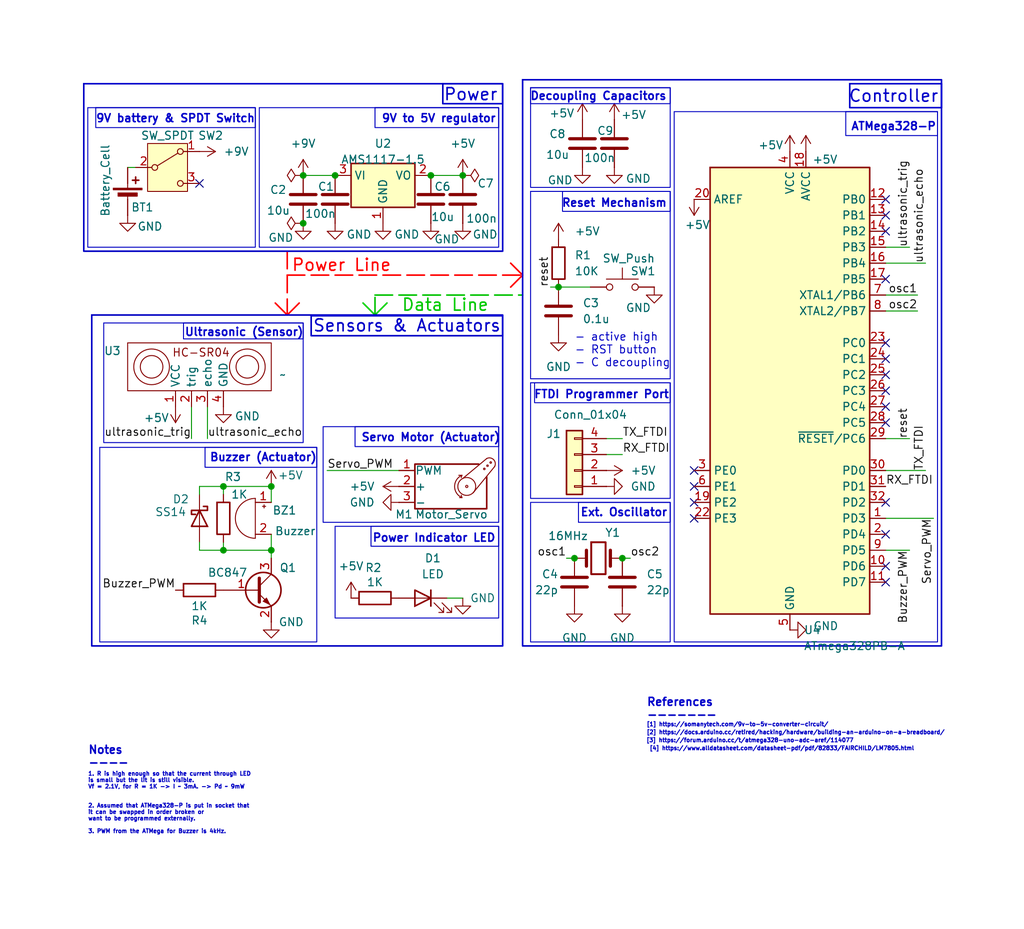
<source format=kicad_sch>
(kicad_sch
	(version 20231120)
	(generator "eeschema")
	(generator_version "8.0")
	(uuid "1b2fad3e-48e3-4d12-bab3-e3afce5da62b")
	(paper "User" 163 148)
	(title_block
		(title "Obstacle Avoider ATMega328-P")
		(date "2024-12-05")
		(rev "2.0")
		(company "Bandung Institute of Technology (ITB)")
		(comment 1 "Bostang Palaguna")
		(comment 2 "Designed by:")
	)
	(lib_symbols
		(symbol "Connector_Generic:Conn_01x04"
			(pin_names
				(offset 1.016) hide)
			(exclude_from_sim no)
			(in_bom yes)
			(on_board yes)
			(property "Reference" "J"
				(at 0 5.08 0)
				(effects
					(font
						(size 1.27 1.27)
					)
				)
			)
			(property "Value" "Conn_01x04"
				(at 0 -7.62 0)
				(effects
					(font
						(size 1.27 1.27)
					)
				)
			)
			(property "Footprint" ""
				(at 0 0 0)
				(effects
					(font
						(size 1.27 1.27)
					)
					(hide yes)
				)
			)
			(property "Datasheet" "~"
				(at 0 0 0)
				(effects
					(font
						(size 1.27 1.27)
					)
					(hide yes)
				)
			)
			(property "Description" "Generic connector, single row, 01x04, script generated (kicad-library-utils/schlib/autogen/connector/)"
				(at 0 0 0)
				(effects
					(font
						(size 1.27 1.27)
					)
					(hide yes)
				)
			)
			(property "ki_keywords" "connector"
				(at 0 0 0)
				(effects
					(font
						(size 1.27 1.27)
					)
					(hide yes)
				)
			)
			(property "ki_fp_filters" "Connector*:*_1x??_*"
				(at 0 0 0)
				(effects
					(font
						(size 1.27 1.27)
					)
					(hide yes)
				)
			)
			(symbol "Conn_01x04_1_1"
				(rectangle
					(start -1.27 -4.953)
					(end 0 -5.207)
					(stroke
						(width 0.1524)
						(type default)
					)
					(fill
						(type none)
					)
				)
				(rectangle
					(start -1.27 -2.413)
					(end 0 -2.667)
					(stroke
						(width 0.1524)
						(type default)
					)
					(fill
						(type none)
					)
				)
				(rectangle
					(start -1.27 0.127)
					(end 0 -0.127)
					(stroke
						(width 0.1524)
						(type default)
					)
					(fill
						(type none)
					)
				)
				(rectangle
					(start -1.27 2.667)
					(end 0 2.413)
					(stroke
						(width 0.1524)
						(type default)
					)
					(fill
						(type none)
					)
				)
				(rectangle
					(start -1.27 3.81)
					(end 1.27 -6.35)
					(stroke
						(width 0.254)
						(type default)
					)
					(fill
						(type background)
					)
				)
				(pin passive line
					(at -5.08 2.54 0)
					(length 3.81)
					(name "Pin_1"
						(effects
							(font
								(size 1.27 1.27)
							)
						)
					)
					(number "1"
						(effects
							(font
								(size 1.27 1.27)
							)
						)
					)
				)
				(pin passive line
					(at -5.08 0 0)
					(length 3.81)
					(name "Pin_2"
						(effects
							(font
								(size 1.27 1.27)
							)
						)
					)
					(number "2"
						(effects
							(font
								(size 1.27 1.27)
							)
						)
					)
				)
				(pin passive line
					(at -5.08 -2.54 0)
					(length 3.81)
					(name "Pin_3"
						(effects
							(font
								(size 1.27 1.27)
							)
						)
					)
					(number "3"
						(effects
							(font
								(size 1.27 1.27)
							)
						)
					)
				)
				(pin passive line
					(at -5.08 -5.08 0)
					(length 3.81)
					(name "Pin_4"
						(effects
							(font
								(size 1.27 1.27)
							)
						)
					)
					(number "4"
						(effects
							(font
								(size 1.27 1.27)
							)
						)
					)
				)
			)
		)
		(symbol "Device:Battery_Cell"
			(pin_numbers hide)
			(pin_names
				(offset 0) hide)
			(exclude_from_sim no)
			(in_bom yes)
			(on_board yes)
			(property "Reference" "BT"
				(at 2.54 2.54 0)
				(effects
					(font
						(size 1.27 1.27)
					)
					(justify left)
				)
			)
			(property "Value" "Battery_Cell"
				(at 2.54 0 0)
				(effects
					(font
						(size 1.27 1.27)
					)
					(justify left)
				)
			)
			(property "Footprint" ""
				(at 0 1.524 90)
				(effects
					(font
						(size 1.27 1.27)
					)
					(hide yes)
				)
			)
			(property "Datasheet" "~"
				(at 0 1.524 90)
				(effects
					(font
						(size 1.27 1.27)
					)
					(hide yes)
				)
			)
			(property "Description" "Single-cell battery"
				(at 0 0 0)
				(effects
					(font
						(size 1.27 1.27)
					)
					(hide yes)
				)
			)
			(property "ki_keywords" "battery cell"
				(at 0 0 0)
				(effects
					(font
						(size 1.27 1.27)
					)
					(hide yes)
				)
			)
			(symbol "Battery_Cell_0_1"
				(rectangle
					(start -2.286 1.778)
					(end 2.286 1.524)
					(stroke
						(width 0)
						(type default)
					)
					(fill
						(type outline)
					)
				)
				(rectangle
					(start -1.524 1.016)
					(end 1.524 0.508)
					(stroke
						(width 0)
						(type default)
					)
					(fill
						(type outline)
					)
				)
				(polyline
					(pts
						(xy 0 0.762) (xy 0 0)
					)
					(stroke
						(width 0)
						(type default)
					)
					(fill
						(type none)
					)
				)
				(polyline
					(pts
						(xy 0 1.778) (xy 0 2.54)
					)
					(stroke
						(width 0)
						(type default)
					)
					(fill
						(type none)
					)
				)
				(polyline
					(pts
						(xy 0.762 3.048) (xy 1.778 3.048)
					)
					(stroke
						(width 0.254)
						(type default)
					)
					(fill
						(type none)
					)
				)
				(polyline
					(pts
						(xy 1.27 3.556) (xy 1.27 2.54)
					)
					(stroke
						(width 0.254)
						(type default)
					)
					(fill
						(type none)
					)
				)
			)
			(symbol "Battery_Cell_1_1"
				(pin passive line
					(at 0 5.08 270)
					(length 2.54)
					(name "+"
						(effects
							(font
								(size 1.27 1.27)
							)
						)
					)
					(number "1"
						(effects
							(font
								(size 1.27 1.27)
							)
						)
					)
				)
				(pin passive line
					(at 0 -2.54 90)
					(length 2.54)
					(name "-"
						(effects
							(font
								(size 1.27 1.27)
							)
						)
					)
					(number "2"
						(effects
							(font
								(size 1.27 1.27)
							)
						)
					)
				)
			)
		)
		(symbol "Device:Buzzer"
			(pin_names
				(offset 0.0254) hide)
			(exclude_from_sim no)
			(in_bom yes)
			(on_board yes)
			(property "Reference" "BZ"
				(at 3.81 1.27 0)
				(effects
					(font
						(size 1.27 1.27)
					)
					(justify left)
				)
			)
			(property "Value" "Buzzer"
				(at 3.81 -1.27 0)
				(effects
					(font
						(size 1.27 1.27)
					)
					(justify left)
				)
			)
			(property "Footprint" ""
				(at -0.635 2.54 90)
				(effects
					(font
						(size 1.27 1.27)
					)
					(hide yes)
				)
			)
			(property "Datasheet" "~"
				(at -0.635 2.54 90)
				(effects
					(font
						(size 1.27 1.27)
					)
					(hide yes)
				)
			)
			(property "Description" "Buzzer, polarized"
				(at 0 0 0)
				(effects
					(font
						(size 1.27 1.27)
					)
					(hide yes)
				)
			)
			(property "ki_keywords" "quartz resonator ceramic"
				(at 0 0 0)
				(effects
					(font
						(size 1.27 1.27)
					)
					(hide yes)
				)
			)
			(property "ki_fp_filters" "*Buzzer*"
				(at 0 0 0)
				(effects
					(font
						(size 1.27 1.27)
					)
					(hide yes)
				)
			)
			(symbol "Buzzer_0_1"
				(arc
					(start 0 -3.175)
					(mid 3.1612 0)
					(end 0 3.175)
					(stroke
						(width 0)
						(type default)
					)
					(fill
						(type none)
					)
				)
				(polyline
					(pts
						(xy -1.651 1.905) (xy -1.143 1.905)
					)
					(stroke
						(width 0)
						(type default)
					)
					(fill
						(type none)
					)
				)
				(polyline
					(pts
						(xy -1.397 2.159) (xy -1.397 1.651)
					)
					(stroke
						(width 0)
						(type default)
					)
					(fill
						(type none)
					)
				)
				(polyline
					(pts
						(xy 0 3.175) (xy 0 -3.175)
					)
					(stroke
						(width 0)
						(type default)
					)
					(fill
						(type none)
					)
				)
			)
			(symbol "Buzzer_1_1"
				(pin passive line
					(at -2.54 2.54 0)
					(length 2.54)
					(name "+"
						(effects
							(font
								(size 1.27 1.27)
							)
						)
					)
					(number "1"
						(effects
							(font
								(size 1.27 1.27)
							)
						)
					)
				)
				(pin passive line
					(at -2.54 -2.54 0)
					(length 2.54)
					(name "-"
						(effects
							(font
								(size 1.27 1.27)
							)
						)
					)
					(number "2"
						(effects
							(font
								(size 1.27 1.27)
							)
						)
					)
				)
			)
		)
		(symbol "Device:C"
			(pin_numbers hide)
			(pin_names
				(offset 0.254)
			)
			(exclude_from_sim no)
			(in_bom yes)
			(on_board yes)
			(property "Reference" "C"
				(at 0.635 2.54 0)
				(effects
					(font
						(size 1.27 1.27)
					)
					(justify left)
				)
			)
			(property "Value" "C"
				(at 0.635 -2.54 0)
				(effects
					(font
						(size 1.27 1.27)
					)
					(justify left)
				)
			)
			(property "Footprint" ""
				(at 0.9652 -3.81 0)
				(effects
					(font
						(size 1.27 1.27)
					)
					(hide yes)
				)
			)
			(property "Datasheet" "~"
				(at 0 0 0)
				(effects
					(font
						(size 1.27 1.27)
					)
					(hide yes)
				)
			)
			(property "Description" "Unpolarized capacitor"
				(at 0 0 0)
				(effects
					(font
						(size 1.27 1.27)
					)
					(hide yes)
				)
			)
			(property "ki_keywords" "cap capacitor"
				(at 0 0 0)
				(effects
					(font
						(size 1.27 1.27)
					)
					(hide yes)
				)
			)
			(property "ki_fp_filters" "C_*"
				(at 0 0 0)
				(effects
					(font
						(size 1.27 1.27)
					)
					(hide yes)
				)
			)
			(symbol "C_0_1"
				(polyline
					(pts
						(xy -2.032 -0.762) (xy 2.032 -0.762)
					)
					(stroke
						(width 0.508)
						(type default)
					)
					(fill
						(type none)
					)
				)
				(polyline
					(pts
						(xy -2.032 0.762) (xy 2.032 0.762)
					)
					(stroke
						(width 0.508)
						(type default)
					)
					(fill
						(type none)
					)
				)
			)
			(symbol "C_1_1"
				(pin passive line
					(at 0 3.81 270)
					(length 2.794)
					(name "~"
						(effects
							(font
								(size 1.27 1.27)
							)
						)
					)
					(number "1"
						(effects
							(font
								(size 1.27 1.27)
							)
						)
					)
				)
				(pin passive line
					(at 0 -3.81 90)
					(length 2.794)
					(name "~"
						(effects
							(font
								(size 1.27 1.27)
							)
						)
					)
					(number "2"
						(effects
							(font
								(size 1.27 1.27)
							)
						)
					)
				)
			)
		)
		(symbol "Device:Crystal"
			(pin_numbers hide)
			(pin_names
				(offset 1.016) hide)
			(exclude_from_sim no)
			(in_bom yes)
			(on_board yes)
			(property "Reference" "Y"
				(at 0 3.81 0)
				(effects
					(font
						(size 1.27 1.27)
					)
				)
			)
			(property "Value" "Crystal"
				(at 0 -3.81 0)
				(effects
					(font
						(size 1.27 1.27)
					)
				)
			)
			(property "Footprint" ""
				(at 0 0 0)
				(effects
					(font
						(size 1.27 1.27)
					)
					(hide yes)
				)
			)
			(property "Datasheet" "~"
				(at 0 0 0)
				(effects
					(font
						(size 1.27 1.27)
					)
					(hide yes)
				)
			)
			(property "Description" "Two pin crystal"
				(at 0 0 0)
				(effects
					(font
						(size 1.27 1.27)
					)
					(hide yes)
				)
			)
			(property "ki_keywords" "quartz ceramic resonator oscillator"
				(at 0 0 0)
				(effects
					(font
						(size 1.27 1.27)
					)
					(hide yes)
				)
			)
			(property "ki_fp_filters" "Crystal*"
				(at 0 0 0)
				(effects
					(font
						(size 1.27 1.27)
					)
					(hide yes)
				)
			)
			(symbol "Crystal_0_1"
				(rectangle
					(start -1.143 2.54)
					(end 1.143 -2.54)
					(stroke
						(width 0.3048)
						(type default)
					)
					(fill
						(type none)
					)
				)
				(polyline
					(pts
						(xy -2.54 0) (xy -1.905 0)
					)
					(stroke
						(width 0)
						(type default)
					)
					(fill
						(type none)
					)
				)
				(polyline
					(pts
						(xy -1.905 -1.27) (xy -1.905 1.27)
					)
					(stroke
						(width 0.508)
						(type default)
					)
					(fill
						(type none)
					)
				)
				(polyline
					(pts
						(xy 1.905 -1.27) (xy 1.905 1.27)
					)
					(stroke
						(width 0.508)
						(type default)
					)
					(fill
						(type none)
					)
				)
				(polyline
					(pts
						(xy 2.54 0) (xy 1.905 0)
					)
					(stroke
						(width 0)
						(type default)
					)
					(fill
						(type none)
					)
				)
			)
			(symbol "Crystal_1_1"
				(pin passive line
					(at -3.81 0 0)
					(length 1.27)
					(name "1"
						(effects
							(font
								(size 1.27 1.27)
							)
						)
					)
					(number "1"
						(effects
							(font
								(size 1.27 1.27)
							)
						)
					)
				)
				(pin passive line
					(at 3.81 0 180)
					(length 1.27)
					(name "2"
						(effects
							(font
								(size 1.27 1.27)
							)
						)
					)
					(number "2"
						(effects
							(font
								(size 1.27 1.27)
							)
						)
					)
				)
			)
		)
		(symbol "Device:LED"
			(pin_numbers hide)
			(pin_names
				(offset 1.016) hide)
			(exclude_from_sim no)
			(in_bom yes)
			(on_board yes)
			(property "Reference" "D"
				(at 0 2.54 0)
				(effects
					(font
						(size 1.27 1.27)
					)
				)
			)
			(property "Value" "LED"
				(at 0 -2.54 0)
				(effects
					(font
						(size 1.27 1.27)
					)
				)
			)
			(property "Footprint" ""
				(at 0 0 0)
				(effects
					(font
						(size 1.27 1.27)
					)
					(hide yes)
				)
			)
			(property "Datasheet" "~"
				(at 0 0 0)
				(effects
					(font
						(size 1.27 1.27)
					)
					(hide yes)
				)
			)
			(property "Description" "Light emitting diode"
				(at 0 0 0)
				(effects
					(font
						(size 1.27 1.27)
					)
					(hide yes)
				)
			)
			(property "ki_keywords" "LED diode"
				(at 0 0 0)
				(effects
					(font
						(size 1.27 1.27)
					)
					(hide yes)
				)
			)
			(property "ki_fp_filters" "LED* LED_SMD:* LED_THT:*"
				(at 0 0 0)
				(effects
					(font
						(size 1.27 1.27)
					)
					(hide yes)
				)
			)
			(symbol "LED_0_1"
				(polyline
					(pts
						(xy -1.27 -1.27) (xy -1.27 1.27)
					)
					(stroke
						(width 0.254)
						(type default)
					)
					(fill
						(type none)
					)
				)
				(polyline
					(pts
						(xy -1.27 0) (xy 1.27 0)
					)
					(stroke
						(width 0)
						(type default)
					)
					(fill
						(type none)
					)
				)
				(polyline
					(pts
						(xy 1.27 -1.27) (xy 1.27 1.27) (xy -1.27 0) (xy 1.27 -1.27)
					)
					(stroke
						(width 0.254)
						(type default)
					)
					(fill
						(type none)
					)
				)
				(polyline
					(pts
						(xy -3.048 -0.762) (xy -4.572 -2.286) (xy -3.81 -2.286) (xy -4.572 -2.286) (xy -4.572 -1.524)
					)
					(stroke
						(width 0)
						(type default)
					)
					(fill
						(type none)
					)
				)
				(polyline
					(pts
						(xy -1.778 -0.762) (xy -3.302 -2.286) (xy -2.54 -2.286) (xy -3.302 -2.286) (xy -3.302 -1.524)
					)
					(stroke
						(width 0)
						(type default)
					)
					(fill
						(type none)
					)
				)
			)
			(symbol "LED_1_1"
				(pin passive line
					(at -3.81 0 0)
					(length 2.54)
					(name "K"
						(effects
							(font
								(size 1.27 1.27)
							)
						)
					)
					(number "1"
						(effects
							(font
								(size 1.27 1.27)
							)
						)
					)
				)
				(pin passive line
					(at 3.81 0 180)
					(length 2.54)
					(name "A"
						(effects
							(font
								(size 1.27 1.27)
							)
						)
					)
					(number "2"
						(effects
							(font
								(size 1.27 1.27)
							)
						)
					)
				)
			)
		)
		(symbol "Device:R"
			(pin_numbers hide)
			(pin_names
				(offset 0)
			)
			(exclude_from_sim no)
			(in_bom yes)
			(on_board yes)
			(property "Reference" "R"
				(at 2.032 0 90)
				(effects
					(font
						(size 1.27 1.27)
					)
				)
			)
			(property "Value" "R"
				(at 0 0 90)
				(effects
					(font
						(size 1.27 1.27)
					)
				)
			)
			(property "Footprint" ""
				(at -1.778 0 90)
				(effects
					(font
						(size 1.27 1.27)
					)
					(hide yes)
				)
			)
			(property "Datasheet" "~"
				(at 0 0 0)
				(effects
					(font
						(size 1.27 1.27)
					)
					(hide yes)
				)
			)
			(property "Description" "Resistor"
				(at 0 0 0)
				(effects
					(font
						(size 1.27 1.27)
					)
					(hide yes)
				)
			)
			(property "ki_keywords" "R res resistor"
				(at 0 0 0)
				(effects
					(font
						(size 1.27 1.27)
					)
					(hide yes)
				)
			)
			(property "ki_fp_filters" "R_*"
				(at 0 0 0)
				(effects
					(font
						(size 1.27 1.27)
					)
					(hide yes)
				)
			)
			(symbol "R_0_1"
				(rectangle
					(start -1.016 -2.54)
					(end 1.016 2.54)
					(stroke
						(width 0.254)
						(type default)
					)
					(fill
						(type none)
					)
				)
			)
			(symbol "R_1_1"
				(pin passive line
					(at 0 3.81 270)
					(length 1.27)
					(name "~"
						(effects
							(font
								(size 1.27 1.27)
							)
						)
					)
					(number "1"
						(effects
							(font
								(size 1.27 1.27)
							)
						)
					)
				)
				(pin passive line
					(at 0 -3.81 90)
					(length 1.27)
					(name "~"
						(effects
							(font
								(size 1.27 1.27)
							)
						)
					)
					(number "2"
						(effects
							(font
								(size 1.27 1.27)
							)
						)
					)
				)
			)
		)
		(symbol "Diode:SS14"
			(pin_numbers hide)
			(pin_names
				(offset 1.016) hide)
			(exclude_from_sim no)
			(in_bom yes)
			(on_board yes)
			(property "Reference" "D"
				(at 0 2.54 0)
				(effects
					(font
						(size 1.27 1.27)
					)
				)
			)
			(property "Value" "SS14"
				(at 0 -2.54 0)
				(effects
					(font
						(size 1.27 1.27)
					)
				)
			)
			(property "Footprint" "Diode_SMD:D_SMA"
				(at 0 -4.445 0)
				(effects
					(font
						(size 1.27 1.27)
					)
					(hide yes)
				)
			)
			(property "Datasheet" "https://www.vishay.com/docs/88746/ss12.pdf"
				(at 0 0 0)
				(effects
					(font
						(size 1.27 1.27)
					)
					(hide yes)
				)
			)
			(property "Description" "40V 1A Schottky Diode, SMA"
				(at 0 0 0)
				(effects
					(font
						(size 1.27 1.27)
					)
					(hide yes)
				)
			)
			(property "ki_keywords" "diode Schottky"
				(at 0 0 0)
				(effects
					(font
						(size 1.27 1.27)
					)
					(hide yes)
				)
			)
			(property "ki_fp_filters" "D*SMA*"
				(at 0 0 0)
				(effects
					(font
						(size 1.27 1.27)
					)
					(hide yes)
				)
			)
			(symbol "SS14_0_1"
				(polyline
					(pts
						(xy 1.27 0) (xy -1.27 0)
					)
					(stroke
						(width 0)
						(type default)
					)
					(fill
						(type none)
					)
				)
				(polyline
					(pts
						(xy 1.27 1.27) (xy 1.27 -1.27) (xy -1.27 0) (xy 1.27 1.27)
					)
					(stroke
						(width 0.254)
						(type default)
					)
					(fill
						(type none)
					)
				)
				(polyline
					(pts
						(xy -1.905 0.635) (xy -1.905 1.27) (xy -1.27 1.27) (xy -1.27 -1.27) (xy -0.635 -1.27) (xy -0.635 -0.635)
					)
					(stroke
						(width 0.254)
						(type default)
					)
					(fill
						(type none)
					)
				)
			)
			(symbol "SS14_1_1"
				(pin passive line
					(at -3.81 0 0)
					(length 2.54)
					(name "K"
						(effects
							(font
								(size 1.27 1.27)
							)
						)
					)
					(number "1"
						(effects
							(font
								(size 1.27 1.27)
							)
						)
					)
				)
				(pin passive line
					(at 3.81 0 180)
					(length 2.54)
					(name "A"
						(effects
							(font
								(size 1.27 1.27)
							)
						)
					)
					(number "2"
						(effects
							(font
								(size 1.27 1.27)
							)
						)
					)
				)
			)
		)
		(symbol "MCU_Microchip_ATmega:ATmega328PB-A"
			(exclude_from_sim no)
			(in_bom yes)
			(on_board yes)
			(property "Reference" "U"
				(at -12.7 36.83 0)
				(effects
					(font
						(size 1.27 1.27)
					)
					(justify left bottom)
				)
			)
			(property "Value" "ATmega328PB-A"
				(at 2.54 -36.83 0)
				(effects
					(font
						(size 1.27 1.27)
					)
					(justify left top)
				)
			)
			(property "Footprint" "Package_QFP:TQFP-32_7x7mm_P0.8mm"
				(at 0 0 0)
				(effects
					(font
						(size 1.27 1.27)
						(italic yes)
					)
					(hide yes)
				)
			)
			(property "Datasheet" "http://ww1.microchip.com/downloads/en/DeviceDoc/40001906C.pdf"
				(at 0 0 0)
				(effects
					(font
						(size 1.27 1.27)
					)
					(hide yes)
				)
			)
			(property "Description" "20MHz, 32kB Flash, 2kB SRAM, 1kB EEPROM, TQFP-32"
				(at 0 0 0)
				(effects
					(font
						(size 1.27 1.27)
					)
					(hide yes)
				)
			)
			(property "ki_keywords" "AVR 8bit Microcontroller MegaAVR"
				(at 0 0 0)
				(effects
					(font
						(size 1.27 1.27)
					)
					(hide yes)
				)
			)
			(property "ki_fp_filters" "TQFP*7x7mm*P0.8mm*"
				(at 0 0 0)
				(effects
					(font
						(size 1.27 1.27)
					)
					(hide yes)
				)
			)
			(symbol "ATmega328PB-A_0_1"
				(rectangle
					(start -12.7 -35.56)
					(end 12.7 35.56)
					(stroke
						(width 0.254)
						(type default)
					)
					(fill
						(type background)
					)
				)
			)
			(symbol "ATmega328PB-A_1_1"
				(pin bidirectional line
					(at 15.24 -20.32 180)
					(length 2.54)
					(name "PD3"
						(effects
							(font
								(size 1.27 1.27)
							)
						)
					)
					(number "1"
						(effects
							(font
								(size 1.27 1.27)
							)
						)
					)
				)
				(pin bidirectional line
					(at 15.24 -27.94 180)
					(length 2.54)
					(name "PD6"
						(effects
							(font
								(size 1.27 1.27)
							)
						)
					)
					(number "10"
						(effects
							(font
								(size 1.27 1.27)
							)
						)
					)
				)
				(pin bidirectional line
					(at 15.24 -30.48 180)
					(length 2.54)
					(name "PD7"
						(effects
							(font
								(size 1.27 1.27)
							)
						)
					)
					(number "11"
						(effects
							(font
								(size 1.27 1.27)
							)
						)
					)
				)
				(pin bidirectional line
					(at 15.24 30.48 180)
					(length 2.54)
					(name "PB0"
						(effects
							(font
								(size 1.27 1.27)
							)
						)
					)
					(number "12"
						(effects
							(font
								(size 1.27 1.27)
							)
						)
					)
				)
				(pin bidirectional line
					(at 15.24 27.94 180)
					(length 2.54)
					(name "PB1"
						(effects
							(font
								(size 1.27 1.27)
							)
						)
					)
					(number "13"
						(effects
							(font
								(size 1.27 1.27)
							)
						)
					)
				)
				(pin bidirectional line
					(at 15.24 25.4 180)
					(length 2.54)
					(name "PB2"
						(effects
							(font
								(size 1.27 1.27)
							)
						)
					)
					(number "14"
						(effects
							(font
								(size 1.27 1.27)
							)
						)
					)
				)
				(pin bidirectional line
					(at 15.24 22.86 180)
					(length 2.54)
					(name "PB3"
						(effects
							(font
								(size 1.27 1.27)
							)
						)
					)
					(number "15"
						(effects
							(font
								(size 1.27 1.27)
							)
						)
					)
				)
				(pin bidirectional line
					(at 15.24 20.32 180)
					(length 2.54)
					(name "PB4"
						(effects
							(font
								(size 1.27 1.27)
							)
						)
					)
					(number "16"
						(effects
							(font
								(size 1.27 1.27)
							)
						)
					)
				)
				(pin bidirectional line
					(at 15.24 17.78 180)
					(length 2.54)
					(name "PB5"
						(effects
							(font
								(size 1.27 1.27)
							)
						)
					)
					(number "17"
						(effects
							(font
								(size 1.27 1.27)
							)
						)
					)
				)
				(pin power_in line
					(at 2.54 38.1 270)
					(length 2.54)
					(name "AVCC"
						(effects
							(font
								(size 1.27 1.27)
							)
						)
					)
					(number "18"
						(effects
							(font
								(size 1.27 1.27)
							)
						)
					)
				)
				(pin bidirectional line
					(at -15.24 -17.78 0)
					(length 2.54)
					(name "PE2"
						(effects
							(font
								(size 1.27 1.27)
							)
						)
					)
					(number "19"
						(effects
							(font
								(size 1.27 1.27)
							)
						)
					)
				)
				(pin bidirectional line
					(at 15.24 -22.86 180)
					(length 2.54)
					(name "PD4"
						(effects
							(font
								(size 1.27 1.27)
							)
						)
					)
					(number "2"
						(effects
							(font
								(size 1.27 1.27)
							)
						)
					)
				)
				(pin passive line
					(at -15.24 30.48 0)
					(length 2.54)
					(name "AREF"
						(effects
							(font
								(size 1.27 1.27)
							)
						)
					)
					(number "20"
						(effects
							(font
								(size 1.27 1.27)
							)
						)
					)
				)
				(pin passive line
					(at 0 -38.1 90)
					(length 2.54) hide
					(name "GND"
						(effects
							(font
								(size 1.27 1.27)
							)
						)
					)
					(number "21"
						(effects
							(font
								(size 1.27 1.27)
							)
						)
					)
				)
				(pin bidirectional line
					(at -15.24 -20.32 0)
					(length 2.54)
					(name "PE3"
						(effects
							(font
								(size 1.27 1.27)
							)
						)
					)
					(number "22"
						(effects
							(font
								(size 1.27 1.27)
							)
						)
					)
				)
				(pin bidirectional line
					(at 15.24 7.62 180)
					(length 2.54)
					(name "PC0"
						(effects
							(font
								(size 1.27 1.27)
							)
						)
					)
					(number "23"
						(effects
							(font
								(size 1.27 1.27)
							)
						)
					)
				)
				(pin bidirectional line
					(at 15.24 5.08 180)
					(length 2.54)
					(name "PC1"
						(effects
							(font
								(size 1.27 1.27)
							)
						)
					)
					(number "24"
						(effects
							(font
								(size 1.27 1.27)
							)
						)
					)
				)
				(pin bidirectional line
					(at 15.24 2.54 180)
					(length 2.54)
					(name "PC2"
						(effects
							(font
								(size 1.27 1.27)
							)
						)
					)
					(number "25"
						(effects
							(font
								(size 1.27 1.27)
							)
						)
					)
				)
				(pin bidirectional line
					(at 15.24 0 180)
					(length 2.54)
					(name "PC3"
						(effects
							(font
								(size 1.27 1.27)
							)
						)
					)
					(number "26"
						(effects
							(font
								(size 1.27 1.27)
							)
						)
					)
				)
				(pin bidirectional line
					(at 15.24 -2.54 180)
					(length 2.54)
					(name "PC4"
						(effects
							(font
								(size 1.27 1.27)
							)
						)
					)
					(number "27"
						(effects
							(font
								(size 1.27 1.27)
							)
						)
					)
				)
				(pin bidirectional line
					(at 15.24 -5.08 180)
					(length 2.54)
					(name "PC5"
						(effects
							(font
								(size 1.27 1.27)
							)
						)
					)
					(number "28"
						(effects
							(font
								(size 1.27 1.27)
							)
						)
					)
				)
				(pin bidirectional line
					(at 15.24 -7.62 180)
					(length 2.54)
					(name "~{RESET}/PC6"
						(effects
							(font
								(size 1.27 1.27)
							)
						)
					)
					(number "29"
						(effects
							(font
								(size 1.27 1.27)
							)
						)
					)
				)
				(pin bidirectional line
					(at -15.24 -12.7 0)
					(length 2.54)
					(name "PE0"
						(effects
							(font
								(size 1.27 1.27)
							)
						)
					)
					(number "3"
						(effects
							(font
								(size 1.27 1.27)
							)
						)
					)
				)
				(pin bidirectional line
					(at 15.24 -12.7 180)
					(length 2.54)
					(name "PD0"
						(effects
							(font
								(size 1.27 1.27)
							)
						)
					)
					(number "30"
						(effects
							(font
								(size 1.27 1.27)
							)
						)
					)
				)
				(pin bidirectional line
					(at 15.24 -15.24 180)
					(length 2.54)
					(name "PD1"
						(effects
							(font
								(size 1.27 1.27)
							)
						)
					)
					(number "31"
						(effects
							(font
								(size 1.27 1.27)
							)
						)
					)
				)
				(pin bidirectional line
					(at 15.24 -17.78 180)
					(length 2.54)
					(name "PD2"
						(effects
							(font
								(size 1.27 1.27)
							)
						)
					)
					(number "32"
						(effects
							(font
								(size 1.27 1.27)
							)
						)
					)
				)
				(pin power_in line
					(at 0 38.1 270)
					(length 2.54)
					(name "VCC"
						(effects
							(font
								(size 1.27 1.27)
							)
						)
					)
					(number "4"
						(effects
							(font
								(size 1.27 1.27)
							)
						)
					)
				)
				(pin power_in line
					(at 0 -38.1 90)
					(length 2.54)
					(name "GND"
						(effects
							(font
								(size 1.27 1.27)
							)
						)
					)
					(number "5"
						(effects
							(font
								(size 1.27 1.27)
							)
						)
					)
				)
				(pin bidirectional line
					(at -15.24 -15.24 0)
					(length 2.54)
					(name "PE1"
						(effects
							(font
								(size 1.27 1.27)
							)
						)
					)
					(number "6"
						(effects
							(font
								(size 1.27 1.27)
							)
						)
					)
				)
				(pin bidirectional line
					(at 15.24 15.24 180)
					(length 2.54)
					(name "XTAL1/PB6"
						(effects
							(font
								(size 1.27 1.27)
							)
						)
					)
					(number "7"
						(effects
							(font
								(size 1.27 1.27)
							)
						)
					)
				)
				(pin bidirectional line
					(at 15.24 12.7 180)
					(length 2.54)
					(name "XTAL2/PB7"
						(effects
							(font
								(size 1.27 1.27)
							)
						)
					)
					(number "8"
						(effects
							(font
								(size 1.27 1.27)
							)
						)
					)
				)
				(pin bidirectional line
					(at 15.24 -25.4 180)
					(length 2.54)
					(name "PD5"
						(effects
							(font
								(size 1.27 1.27)
							)
						)
					)
					(number "9"
						(effects
							(font
								(size 1.27 1.27)
							)
						)
					)
				)
			)
		)
		(symbol "Motor:Motor_Servo"
			(pin_names
				(offset 0.0254)
			)
			(exclude_from_sim no)
			(in_bom yes)
			(on_board yes)
			(property "Reference" "M"
				(at -5.08 4.445 0)
				(effects
					(font
						(size 1.27 1.27)
					)
					(justify left)
				)
			)
			(property "Value" "Motor_Servo"
				(at -5.08 -4.064 0)
				(effects
					(font
						(size 1.27 1.27)
					)
					(justify left top)
				)
			)
			(property "Footprint" ""
				(at 0 -4.826 0)
				(effects
					(font
						(size 1.27 1.27)
					)
					(hide yes)
				)
			)
			(property "Datasheet" "http://forums.parallax.com/uploads/attachments/46831/74481.png"
				(at 0 -4.826 0)
				(effects
					(font
						(size 1.27 1.27)
					)
					(hide yes)
				)
			)
			(property "Description" "Servo Motor (Futaba, HiTec, JR connector)"
				(at 0 0 0)
				(effects
					(font
						(size 1.27 1.27)
					)
					(hide yes)
				)
			)
			(property "ki_keywords" "Servo Motor"
				(at 0 0 0)
				(effects
					(font
						(size 1.27 1.27)
					)
					(hide yes)
				)
			)
			(property "ki_fp_filters" "PinHeader*P2.54mm*"
				(at 0 0 0)
				(effects
					(font
						(size 1.27 1.27)
					)
					(hide yes)
				)
			)
			(symbol "Motor_Servo_0_1"
				(polyline
					(pts
						(xy 2.413 -1.778) (xy 2.032 -1.778)
					)
					(stroke
						(width 0)
						(type default)
					)
					(fill
						(type none)
					)
				)
				(polyline
					(pts
						(xy 2.413 -1.778) (xy 2.286 -1.397)
					)
					(stroke
						(width 0)
						(type default)
					)
					(fill
						(type none)
					)
				)
				(polyline
					(pts
						(xy 2.413 1.778) (xy 1.905 1.778)
					)
					(stroke
						(width 0)
						(type default)
					)
					(fill
						(type none)
					)
				)
				(polyline
					(pts
						(xy 2.413 1.778) (xy 2.286 1.397)
					)
					(stroke
						(width 0)
						(type default)
					)
					(fill
						(type none)
					)
				)
				(polyline
					(pts
						(xy 6.35 4.445) (xy 2.54 1.27)
					)
					(stroke
						(width 0)
						(type default)
					)
					(fill
						(type none)
					)
				)
				(polyline
					(pts
						(xy 7.62 3.175) (xy 4.191 -1.016)
					)
					(stroke
						(width 0)
						(type default)
					)
					(fill
						(type none)
					)
				)
				(polyline
					(pts
						(xy 5.08 3.556) (xy -5.08 3.556) (xy -5.08 -3.556) (xy 6.35 -3.556) (xy 6.35 1.524)
					)
					(stroke
						(width 0.254)
						(type default)
					)
					(fill
						(type none)
					)
				)
				(arc
					(start 2.413 1.778)
					(mid 1.2406 0)
					(end 2.413 -1.778)
					(stroke
						(width 0)
						(type default)
					)
					(fill
						(type none)
					)
				)
				(circle
					(center 3.175 0)
					(radius 0.1778)
					(stroke
						(width 0)
						(type default)
					)
					(fill
						(type none)
					)
				)
				(circle
					(center 3.175 0)
					(radius 1.4224)
					(stroke
						(width 0)
						(type default)
					)
					(fill
						(type none)
					)
				)
				(circle
					(center 5.969 2.794)
					(radius 0.127)
					(stroke
						(width 0)
						(type default)
					)
					(fill
						(type none)
					)
				)
				(circle
					(center 6.477 3.302)
					(radius 0.127)
					(stroke
						(width 0)
						(type default)
					)
					(fill
						(type none)
					)
				)
				(circle
					(center 6.985 3.81)
					(radius 0.127)
					(stroke
						(width 0)
						(type default)
					)
					(fill
						(type none)
					)
				)
				(arc
					(start 7.62 3.175)
					(mid 7.4485 4.2735)
					(end 6.35 4.445)
					(stroke
						(width 0)
						(type default)
					)
					(fill
						(type none)
					)
				)
			)
			(symbol "Motor_Servo_1_1"
				(pin passive line
					(at -7.62 2.54 0)
					(length 2.54)
					(name "PWM"
						(effects
							(font
								(size 1.27 1.27)
							)
						)
					)
					(number "1"
						(effects
							(font
								(size 1.27 1.27)
							)
						)
					)
				)
				(pin passive line
					(at -7.62 0 0)
					(length 2.54)
					(name "+"
						(effects
							(font
								(size 1.27 1.27)
							)
						)
					)
					(number "2"
						(effects
							(font
								(size 1.27 1.27)
							)
						)
					)
				)
				(pin passive line
					(at -7.62 -2.54 0)
					(length 2.54)
					(name "-"
						(effects
							(font
								(size 1.27 1.27)
							)
						)
					)
					(number "3"
						(effects
							(font
								(size 1.27 1.27)
							)
						)
					)
				)
			)
		)
		(symbol "ObstacleAvoider_library:hc-sr04"
			(exclude_from_sim no)
			(in_bom yes)
			(on_board yes)
			(property "Reference" "U"
				(at -0.254 6.858 0)
				(effects
					(font
						(size 1.27 1.27)
					)
				)
			)
			(property "Value" ""
				(at -2.54 13.97 0)
				(effects
					(font
						(size 1.27 1.27)
					)
				)
			)
			(property "Footprint" ""
				(at -2.54 13.97 0)
				(effects
					(font
						(size 1.27 1.27)
					)
					(hide yes)
				)
			)
			(property "Datasheet" ""
				(at -2.54 13.97 0)
				(effects
					(font
						(size 1.27 1.27)
					)
					(hide yes)
				)
			)
			(property "Description" ""
				(at -2.54 13.97 0)
				(effects
					(font
						(size 1.27 1.27)
					)
					(hide yes)
				)
			)
			(symbol "hc-sr04_0_1"
				(rectangle
					(start -11.43 5.08)
					(end 11.43 -2.54)
					(stroke
						(width 0)
						(type default)
					)
					(fill
						(type none)
					)
				)
				(circle
					(center -7.62 1.27)
					(radius 1.7961)
					(stroke
						(width 0)
						(type default)
					)
					(fill
						(type none)
					)
				)
				(circle
					(center -7.62 1.27)
					(radius 2.8398)
					(stroke
						(width 0)
						(type default)
					)
					(fill
						(type none)
					)
				)
				(circle
					(center 7.62 1.27)
					(radius 1.7961)
					(stroke
						(width 0)
						(type default)
					)
					(fill
						(type none)
					)
				)
				(circle
					(center 7.62 1.27)
					(radius 2.8398)
					(stroke
						(width 0)
						(type default)
					)
					(fill
						(type none)
					)
				)
			)
			(symbol "hc-sr04_1_1"
				(text "HC-SR04\n"
					(at 0.254 3.556 0)
					(effects
						(font
							(size 1.27 1.27)
						)
					)
				)
				(pin power_in line
					(at -3.81 -5.08 90)
					(length 2.54)
					(name "VCC"
						(effects
							(font
								(size 1.27 1.27)
							)
						)
					)
					(number "1"
						(effects
							(font
								(size 1.27 1.27)
							)
						)
					)
				)
				(pin bidirectional line
					(at -1.27 -5.08 90)
					(length 2.54)
					(name "trig"
						(effects
							(font
								(size 1.27 1.27)
							)
						)
					)
					(number "2"
						(effects
							(font
								(size 1.27 1.27)
							)
						)
					)
				)
				(pin bidirectional line
					(at 1.27 -5.08 90)
					(length 2.54)
					(name "echo"
						(effects
							(font
								(size 1.27 1.27)
							)
						)
					)
					(number "3"
						(effects
							(font
								(size 1.27 1.27)
							)
						)
					)
				)
				(pin power_out line
					(at 3.81 -5.08 90)
					(length 2.54)
					(name "GND"
						(effects
							(font
								(size 1.27 1.27)
							)
						)
					)
					(number "4"
						(effects
							(font
								(size 1.27 1.27)
							)
						)
					)
				)
			)
		)
		(symbol "Regulator_Linear:AMS1117-1.5"
			(exclude_from_sim no)
			(in_bom yes)
			(on_board yes)
			(property "Reference" "U"
				(at -3.81 3.175 0)
				(effects
					(font
						(size 1.27 1.27)
					)
				)
			)
			(property "Value" "AMS1117-1.5"
				(at 0 3.175 0)
				(effects
					(font
						(size 1.27 1.27)
					)
					(justify left)
				)
			)
			(property "Footprint" "Package_TO_SOT_SMD:SOT-223-3_TabPin2"
				(at 0 5.08 0)
				(effects
					(font
						(size 1.27 1.27)
					)
					(hide yes)
				)
			)
			(property "Datasheet" "http://www.advanced-monolithic.com/pdf/ds1117.pdf"
				(at 2.54 -6.35 0)
				(effects
					(font
						(size 1.27 1.27)
					)
					(hide yes)
				)
			)
			(property "Description" "1A Low Dropout regulator, positive, 1.5V fixed output, SOT-223"
				(at 0 0 0)
				(effects
					(font
						(size 1.27 1.27)
					)
					(hide yes)
				)
			)
			(property "ki_keywords" "linear regulator ldo fixed positive"
				(at 0 0 0)
				(effects
					(font
						(size 1.27 1.27)
					)
					(hide yes)
				)
			)
			(property "ki_fp_filters" "SOT?223*TabPin2*"
				(at 0 0 0)
				(effects
					(font
						(size 1.27 1.27)
					)
					(hide yes)
				)
			)
			(symbol "AMS1117-1.5_0_1"
				(rectangle
					(start -5.08 -5.08)
					(end 5.08 1.905)
					(stroke
						(width 0.254)
						(type default)
					)
					(fill
						(type background)
					)
				)
			)
			(symbol "AMS1117-1.5_1_1"
				(pin power_in line
					(at 0 -7.62 90)
					(length 2.54)
					(name "GND"
						(effects
							(font
								(size 1.27 1.27)
							)
						)
					)
					(number "1"
						(effects
							(font
								(size 1.27 1.27)
							)
						)
					)
				)
				(pin power_out line
					(at 7.62 0 180)
					(length 2.54)
					(name "VO"
						(effects
							(font
								(size 1.27 1.27)
							)
						)
					)
					(number "2"
						(effects
							(font
								(size 1.27 1.27)
							)
						)
					)
				)
				(pin power_in line
					(at -7.62 0 0)
					(length 2.54)
					(name "VI"
						(effects
							(font
								(size 1.27 1.27)
							)
						)
					)
					(number "3"
						(effects
							(font
								(size 1.27 1.27)
							)
						)
					)
				)
			)
		)
		(symbol "Switch:SW_Push"
			(pin_numbers hide)
			(pin_names
				(offset 1.016) hide)
			(exclude_from_sim no)
			(in_bom yes)
			(on_board yes)
			(property "Reference" "SW"
				(at 1.27 2.54 0)
				(effects
					(font
						(size 1.27 1.27)
					)
					(justify left)
				)
			)
			(property "Value" "SW_Push"
				(at 0 -1.524 0)
				(effects
					(font
						(size 1.27 1.27)
					)
				)
			)
			(property "Footprint" ""
				(at 0 5.08 0)
				(effects
					(font
						(size 1.27 1.27)
					)
					(hide yes)
				)
			)
			(property "Datasheet" "~"
				(at 0 5.08 0)
				(effects
					(font
						(size 1.27 1.27)
					)
					(hide yes)
				)
			)
			(property "Description" "Push button switch, generic, two pins"
				(at 0 0 0)
				(effects
					(font
						(size 1.27 1.27)
					)
					(hide yes)
				)
			)
			(property "ki_keywords" "switch normally-open pushbutton push-button"
				(at 0 0 0)
				(effects
					(font
						(size 1.27 1.27)
					)
					(hide yes)
				)
			)
			(symbol "SW_Push_0_1"
				(circle
					(center -2.032 0)
					(radius 0.508)
					(stroke
						(width 0)
						(type default)
					)
					(fill
						(type none)
					)
				)
				(polyline
					(pts
						(xy 0 1.27) (xy 0 3.048)
					)
					(stroke
						(width 0)
						(type default)
					)
					(fill
						(type none)
					)
				)
				(polyline
					(pts
						(xy 2.54 1.27) (xy -2.54 1.27)
					)
					(stroke
						(width 0)
						(type default)
					)
					(fill
						(type none)
					)
				)
				(circle
					(center 2.032 0)
					(radius 0.508)
					(stroke
						(width 0)
						(type default)
					)
					(fill
						(type none)
					)
				)
				(pin passive line
					(at -5.08 0 0)
					(length 2.54)
					(name "1"
						(effects
							(font
								(size 1.27 1.27)
							)
						)
					)
					(number "1"
						(effects
							(font
								(size 1.27 1.27)
							)
						)
					)
				)
				(pin passive line
					(at 5.08 0 180)
					(length 2.54)
					(name "2"
						(effects
							(font
								(size 1.27 1.27)
							)
						)
					)
					(number "2"
						(effects
							(font
								(size 1.27 1.27)
							)
						)
					)
				)
			)
		)
		(symbol "Switch:SW_SPDT"
			(pin_names
				(offset 0) hide)
			(exclude_from_sim no)
			(in_bom yes)
			(on_board yes)
			(property "Reference" "SW"
				(at 0 5.08 0)
				(effects
					(font
						(size 1.27 1.27)
					)
				)
			)
			(property "Value" "SW_SPDT"
				(at 0 -5.08 0)
				(effects
					(font
						(size 1.27 1.27)
					)
				)
			)
			(property "Footprint" ""
				(at 0 0 0)
				(effects
					(font
						(size 1.27 1.27)
					)
					(hide yes)
				)
			)
			(property "Datasheet" "~"
				(at 0 -7.62 0)
				(effects
					(font
						(size 1.27 1.27)
					)
					(hide yes)
				)
			)
			(property "Description" "Switch, single pole double throw"
				(at 0 0 0)
				(effects
					(font
						(size 1.27 1.27)
					)
					(hide yes)
				)
			)
			(property "ki_keywords" "switch single-pole double-throw spdt ON-ON"
				(at 0 0 0)
				(effects
					(font
						(size 1.27 1.27)
					)
					(hide yes)
				)
			)
			(symbol "SW_SPDT_0_1"
				(circle
					(center -2.032 0)
					(radius 0.4572)
					(stroke
						(width 0)
						(type default)
					)
					(fill
						(type none)
					)
				)
				(polyline
					(pts
						(xy -1.651 0.254) (xy 1.651 2.286)
					)
					(stroke
						(width 0)
						(type default)
					)
					(fill
						(type none)
					)
				)
				(circle
					(center 2.032 -2.54)
					(radius 0.4572)
					(stroke
						(width 0)
						(type default)
					)
					(fill
						(type none)
					)
				)
				(circle
					(center 2.032 2.54)
					(radius 0.4572)
					(stroke
						(width 0)
						(type default)
					)
					(fill
						(type none)
					)
				)
			)
			(symbol "SW_SPDT_1_1"
				(rectangle
					(start -3.175 3.81)
					(end 3.175 -3.81)
					(stroke
						(width 0)
						(type default)
					)
					(fill
						(type background)
					)
				)
				(pin passive line
					(at 5.08 2.54 180)
					(length 2.54)
					(name "A"
						(effects
							(font
								(size 1.27 1.27)
							)
						)
					)
					(number "1"
						(effects
							(font
								(size 1.27 1.27)
							)
						)
					)
				)
				(pin passive line
					(at -5.08 0 0)
					(length 2.54)
					(name "B"
						(effects
							(font
								(size 1.27 1.27)
							)
						)
					)
					(number "2"
						(effects
							(font
								(size 1.27 1.27)
							)
						)
					)
				)
				(pin passive line
					(at 5.08 -2.54 180)
					(length 2.54)
					(name "C"
						(effects
							(font
								(size 1.27 1.27)
							)
						)
					)
					(number "3"
						(effects
							(font
								(size 1.27 1.27)
							)
						)
					)
				)
			)
		)
		(symbol "Transistor_BJT:BC847"
			(pin_names
				(offset 0) hide)
			(exclude_from_sim no)
			(in_bom yes)
			(on_board yes)
			(property "Reference" "Q"
				(at 5.08 1.905 0)
				(effects
					(font
						(size 1.27 1.27)
					)
					(justify left)
				)
			)
			(property "Value" "BC847"
				(at 5.08 0 0)
				(effects
					(font
						(size 1.27 1.27)
					)
					(justify left)
				)
			)
			(property "Footprint" "Package_TO_SOT_SMD:SOT-23"
				(at 5.08 -1.905 0)
				(effects
					(font
						(size 1.27 1.27)
						(italic yes)
					)
					(justify left)
					(hide yes)
				)
			)
			(property "Datasheet" "http://www.infineon.com/dgdl/Infineon-BC847SERIES_BC848SERIES_BC849SERIES_BC850SERIES-DS-v01_01-en.pdf?fileId=db3a304314dca389011541d4630a1657"
				(at 0 0 0)
				(effects
					(font
						(size 1.27 1.27)
					)
					(justify left)
					(hide yes)
				)
			)
			(property "Description" "0.1A Ic, 45V Vce, NPN Transistor, SOT-23"
				(at 0 0 0)
				(effects
					(font
						(size 1.27 1.27)
					)
					(hide yes)
				)
			)
			(property "ki_keywords" "NPN Small Signal Transistor"
				(at 0 0 0)
				(effects
					(font
						(size 1.27 1.27)
					)
					(hide yes)
				)
			)
			(property "ki_fp_filters" "SOT?23*"
				(at 0 0 0)
				(effects
					(font
						(size 1.27 1.27)
					)
					(hide yes)
				)
			)
			(symbol "BC847_0_1"
				(polyline
					(pts
						(xy 0.635 0.635) (xy 2.54 2.54)
					)
					(stroke
						(width 0)
						(type default)
					)
					(fill
						(type none)
					)
				)
				(polyline
					(pts
						(xy 0.635 -0.635) (xy 2.54 -2.54) (xy 2.54 -2.54)
					)
					(stroke
						(width 0)
						(type default)
					)
					(fill
						(type none)
					)
				)
				(polyline
					(pts
						(xy 0.635 1.905) (xy 0.635 -1.905) (xy 0.635 -1.905)
					)
					(stroke
						(width 0.508)
						(type default)
					)
					(fill
						(type none)
					)
				)
				(polyline
					(pts
						(xy 1.27 -1.778) (xy 1.778 -1.27) (xy 2.286 -2.286) (xy 1.27 -1.778) (xy 1.27 -1.778)
					)
					(stroke
						(width 0)
						(type default)
					)
					(fill
						(type outline)
					)
				)
				(circle
					(center 1.27 0)
					(radius 2.8194)
					(stroke
						(width 0.254)
						(type default)
					)
					(fill
						(type none)
					)
				)
			)
			(symbol "BC847_1_1"
				(pin input line
					(at -5.08 0 0)
					(length 5.715)
					(name "B"
						(effects
							(font
								(size 1.27 1.27)
							)
						)
					)
					(number "1"
						(effects
							(font
								(size 1.27 1.27)
							)
						)
					)
				)
				(pin passive line
					(at 2.54 -5.08 90)
					(length 2.54)
					(name "E"
						(effects
							(font
								(size 1.27 1.27)
							)
						)
					)
					(number "2"
						(effects
							(font
								(size 1.27 1.27)
							)
						)
					)
				)
				(pin passive line
					(at 2.54 5.08 270)
					(length 2.54)
					(name "C"
						(effects
							(font
								(size 1.27 1.27)
							)
						)
					)
					(number "3"
						(effects
							(font
								(size 1.27 1.27)
							)
						)
					)
				)
			)
		)
		(symbol "power:+5V"
			(power)
			(pin_numbers hide)
			(pin_names
				(offset 0) hide)
			(exclude_from_sim no)
			(in_bom yes)
			(on_board yes)
			(property "Reference" "#PWR"
				(at 0 -3.81 0)
				(effects
					(font
						(size 1.27 1.27)
					)
					(hide yes)
				)
			)
			(property "Value" "+5V"
				(at 0 3.556 0)
				(effects
					(font
						(size 1.27 1.27)
					)
				)
			)
			(property "Footprint" ""
				(at 0 0 0)
				(effects
					(font
						(size 1.27 1.27)
					)
					(hide yes)
				)
			)
			(property "Datasheet" ""
				(at 0 0 0)
				(effects
					(font
						(size 1.27 1.27)
					)
					(hide yes)
				)
			)
			(property "Description" "Power symbol creates a global label with name \"+5V\""
				(at 0 0 0)
				(effects
					(font
						(size 1.27 1.27)
					)
					(hide yes)
				)
			)
			(property "ki_keywords" "global power"
				(at 0 0 0)
				(effects
					(font
						(size 1.27 1.27)
					)
					(hide yes)
				)
			)
			(symbol "+5V_0_1"
				(polyline
					(pts
						(xy -0.762 1.27) (xy 0 2.54)
					)
					(stroke
						(width 0)
						(type default)
					)
					(fill
						(type none)
					)
				)
				(polyline
					(pts
						(xy 0 0) (xy 0 2.54)
					)
					(stroke
						(width 0)
						(type default)
					)
					(fill
						(type none)
					)
				)
				(polyline
					(pts
						(xy 0 2.54) (xy 0.762 1.27)
					)
					(stroke
						(width 0)
						(type default)
					)
					(fill
						(type none)
					)
				)
			)
			(symbol "+5V_1_1"
				(pin power_in line
					(at 0 0 90)
					(length 0)
					(name "~"
						(effects
							(font
								(size 1.27 1.27)
							)
						)
					)
					(number "1"
						(effects
							(font
								(size 1.27 1.27)
							)
						)
					)
				)
			)
		)
		(symbol "power:+9V"
			(power)
			(pin_numbers hide)
			(pin_names
				(offset 0) hide)
			(exclude_from_sim no)
			(in_bom yes)
			(on_board yes)
			(property "Reference" "#PWR"
				(at 0 -3.81 0)
				(effects
					(font
						(size 1.27 1.27)
					)
					(hide yes)
				)
			)
			(property "Value" "+9V"
				(at 0 3.556 0)
				(effects
					(font
						(size 1.27 1.27)
					)
				)
			)
			(property "Footprint" ""
				(at 0 0 0)
				(effects
					(font
						(size 1.27 1.27)
					)
					(hide yes)
				)
			)
			(property "Datasheet" ""
				(at 0 0 0)
				(effects
					(font
						(size 1.27 1.27)
					)
					(hide yes)
				)
			)
			(property "Description" "Power symbol creates a global label with name \"+9V\""
				(at 0 0 0)
				(effects
					(font
						(size 1.27 1.27)
					)
					(hide yes)
				)
			)
			(property "ki_keywords" "global power"
				(at 0 0 0)
				(effects
					(font
						(size 1.27 1.27)
					)
					(hide yes)
				)
			)
			(symbol "+9V_0_1"
				(polyline
					(pts
						(xy -0.762 1.27) (xy 0 2.54)
					)
					(stroke
						(width 0)
						(type default)
					)
					(fill
						(type none)
					)
				)
				(polyline
					(pts
						(xy 0 0) (xy 0 2.54)
					)
					(stroke
						(width 0)
						(type default)
					)
					(fill
						(type none)
					)
				)
				(polyline
					(pts
						(xy 0 2.54) (xy 0.762 1.27)
					)
					(stroke
						(width 0)
						(type default)
					)
					(fill
						(type none)
					)
				)
			)
			(symbol "+9V_1_1"
				(pin power_in line
					(at 0 0 90)
					(length 0)
					(name "~"
						(effects
							(font
								(size 1.27 1.27)
							)
						)
					)
					(number "1"
						(effects
							(font
								(size 1.27 1.27)
							)
						)
					)
				)
			)
		)
		(symbol "power:GND"
			(power)
			(pin_numbers hide)
			(pin_names
				(offset 0) hide)
			(exclude_from_sim no)
			(in_bom yes)
			(on_board yes)
			(property "Reference" "#PWR"
				(at 0 -6.35 0)
				(effects
					(font
						(size 1.27 1.27)
					)
					(hide yes)
				)
			)
			(property "Value" "GND"
				(at 0 -3.81 0)
				(effects
					(font
						(size 1.27 1.27)
					)
				)
			)
			(property "Footprint" ""
				(at 0 0 0)
				(effects
					(font
						(size 1.27 1.27)
					)
					(hide yes)
				)
			)
			(property "Datasheet" ""
				(at 0 0 0)
				(effects
					(font
						(size 1.27 1.27)
					)
					(hide yes)
				)
			)
			(property "Description" "Power symbol creates a global label with name \"GND\" , ground"
				(at 0 0 0)
				(effects
					(font
						(size 1.27 1.27)
					)
					(hide yes)
				)
			)
			(property "ki_keywords" "global power"
				(at 0 0 0)
				(effects
					(font
						(size 1.27 1.27)
					)
					(hide yes)
				)
			)
			(symbol "GND_0_1"
				(polyline
					(pts
						(xy 0 0) (xy 0 -1.27) (xy 1.27 -1.27) (xy 0 -2.54) (xy -1.27 -1.27) (xy 0 -1.27)
					)
					(stroke
						(width 0)
						(type default)
					)
					(fill
						(type none)
					)
				)
			)
			(symbol "GND_1_1"
				(pin power_in line
					(at 0 0 270)
					(length 0)
					(name "~"
						(effects
							(font
								(size 1.27 1.27)
							)
						)
					)
					(number "1"
						(effects
							(font
								(size 1.27 1.27)
							)
						)
					)
				)
			)
		)
		(symbol "power:PWR_FLAG"
			(power)
			(pin_numbers hide)
			(pin_names
				(offset 0) hide)
			(exclude_from_sim no)
			(in_bom yes)
			(on_board yes)
			(property "Reference" "#FLG"
				(at 0 1.905 0)
				(effects
					(font
						(size 1.27 1.27)
					)
					(hide yes)
				)
			)
			(property "Value" "PWR_FLAG"
				(at 0 3.81 0)
				(effects
					(font
						(size 1.27 1.27)
					)
				)
			)
			(property "Footprint" ""
				(at 0 0 0)
				(effects
					(font
						(size 1.27 1.27)
					)
					(hide yes)
				)
			)
			(property "Datasheet" "~"
				(at 0 0 0)
				(effects
					(font
						(size 1.27 1.27)
					)
					(hide yes)
				)
			)
			(property "Description" "Special symbol for telling ERC where power comes from"
				(at 0 0 0)
				(effects
					(font
						(size 1.27 1.27)
					)
					(hide yes)
				)
			)
			(property "ki_keywords" "flag power"
				(at 0 0 0)
				(effects
					(font
						(size 1.27 1.27)
					)
					(hide yes)
				)
			)
			(symbol "PWR_FLAG_0_0"
				(pin power_out line
					(at 0 0 90)
					(length 0)
					(name "~"
						(effects
							(font
								(size 1.27 1.27)
							)
						)
					)
					(number "1"
						(effects
							(font
								(size 1.27 1.27)
							)
						)
					)
				)
			)
			(symbol "PWR_FLAG_0_1"
				(polyline
					(pts
						(xy 0 0) (xy 0 1.27) (xy -1.016 1.905) (xy 0 2.54) (xy 1.016 1.905) (xy 0 1.27)
					)
					(stroke
						(width 0)
						(type default)
					)
					(fill
						(type none)
					)
				)
			)
		)
	)
	(junction
		(at 48.26 27.94)
		(diameter 0)
		(color 0 0 0 0)
		(uuid "0f05889b-7392-4da8-9a15-342ba63dc646")
	)
	(junction
		(at 48.26 35.56)
		(diameter 0)
		(color 0 0 0 0)
		(uuid "0f7740f8-cee8-45ff-81da-770240442ef1")
	)
	(junction
		(at 35.56 77.47)
		(diameter 0)
		(color 0 0 0 0)
		(uuid "107ab15f-ba85-42c8-aa81-3f67c1c29bbb")
	)
	(junction
		(at 88.9 45.72)
		(diameter 0)
		(color 0 0 0 0)
		(uuid "3997b1d4-fe0b-4710-bee7-0e3fe1b0a753")
	)
	(junction
		(at 73.66 27.94)
		(diameter 0)
		(color 0 0 0 0)
		(uuid "548853a2-6399-4e35-b569-ac868fc095c8")
	)
	(junction
		(at 68.58 27.94)
		(diameter 0)
		(color 0 0 0 0)
		(uuid "6f304e8f-0890-4537-9f90-12603d6a6621")
	)
	(junction
		(at 53.34 27.94)
		(diameter 0)
		(color 0 0 0 0)
		(uuid "70b38f15-91a5-4a86-814a-3b7e1f4e9ea6")
	)
	(junction
		(at 99.06 88.9)
		(diameter 0)
		(color 0 0 0 0)
		(uuid "93a9dca3-2338-4b51-b64d-f413ec296b94")
	)
	(junction
		(at 91.44 88.9)
		(diameter 0)
		(color 0 0 0 0)
		(uuid "99e2d9a7-f6d6-4330-97b3-901788c7fe8b")
	)
	(junction
		(at 35.56 87.63)
		(diameter 0)
		(color 0 0 0 0)
		(uuid "e7b44299-35ba-49c8-9386-7d328698d802")
	)
	(junction
		(at 43.18 77.47)
		(diameter 0)
		(color 0 0 0 0)
		(uuid "ee2a701e-14df-4a90-9e99-b0639aa05bdf")
	)
	(junction
		(at 43.18 87.63)
		(diameter 0)
		(color 0 0 0 0)
		(uuid "fbaa64ee-e99d-459c-acd2-de73bc79eca1")
	)
	(no_connect
		(at 140.97 62.23)
		(uuid "1314e0a9-6ba4-469a-a3cd-a3e410368ae8")
	)
	(no_connect
		(at 140.97 90.17)
		(uuid "1369da2f-65ff-462d-ac4b-2e266607d78f")
	)
	(no_connect
		(at 140.97 34.29)
		(uuid "1be17c85-6e1e-4266-9203-935c837f78f2")
	)
	(no_connect
		(at 110.49 80.01)
		(uuid "1eeb5882-ceba-4975-8bca-378dc7afc8f7")
	)
	(no_connect
		(at 140.97 31.75)
		(uuid "2d278276-70eb-4364-8e79-d0b1cf67b6ec")
	)
	(no_connect
		(at 140.97 44.45)
		(uuid "3156aaa0-e3b7-4daf-8c75-40addfdc48a9")
	)
	(no_connect
		(at 110.49 77.47)
		(uuid "455d4aa6-8a02-46ea-b26e-c4d759f436db")
	)
	(no_connect
		(at 140.97 64.77)
		(uuid "5222d33f-b5ad-4591-81df-ec133429f677")
	)
	(no_connect
		(at 140.97 57.15)
		(uuid "5ca5f530-a291-4c37-9143-7a1de6689dd3")
	)
	(no_connect
		(at 140.97 85.09)
		(uuid "64e4579e-88b8-46ee-9c5c-73a2089ba4d2")
	)
	(no_connect
		(at 140.97 54.61)
		(uuid "8d9afb6d-5469-4506-a3b4-404ddb7373bd")
	)
	(no_connect
		(at 140.97 92.71)
		(uuid "92d40a21-f8be-4046-a64c-4318598f3343")
	)
	(no_connect
		(at 140.97 36.83)
		(uuid "9f4bb79f-7b1a-4827-b47b-8dac4725cbe1")
	)
	(no_connect
		(at 31.75 29.21)
		(uuid "a30838ef-8e09-4e91-a40b-abfe53a5909a")
	)
	(no_connect
		(at 140.97 80.01)
		(uuid "b91da432-e773-47f6-940f-9fcd1ce434f9")
	)
	(no_connect
		(at 140.97 59.69)
		(uuid "cea9efcc-b67a-4975-83c3-de62391606f8")
	)
	(no_connect
		(at 110.49 82.55)
		(uuid "d6227665-6280-479a-9117-ed7c250dd977")
	)
	(no_connect
		(at 110.49 74.93)
		(uuid "e6c74aca-7c68-4461-9f33-a4320dde41be")
	)
	(no_connect
		(at 140.97 67.31)
		(uuid "f266daf1-e641-4110-bb29-71366f0ea414")
	)
	(wire
		(pts
			(xy 35.56 77.47) (xy 35.56 78.74)
		)
		(stroke
			(width 0)
			(type default)
		)
		(uuid "05b7b16d-135c-46c2-b0e9-7786d4a46965")
	)
	(wire
		(pts
			(xy 31.75 87.63) (xy 31.75 86.36)
		)
		(stroke
			(width 0)
			(type default)
		)
		(uuid "0cfb62a3-2b2c-41e5-8191-35bd8ac49536")
	)
	(wire
		(pts
			(xy 144.78 69.85) (xy 140.97 69.85)
		)
		(stroke
			(width 0)
			(type default)
		)
		(uuid "0d185f33-71fc-437e-b1cc-cff30241dd48")
	)
	(wire
		(pts
			(xy 33.02 69.85) (xy 33.02 64.77)
		)
		(stroke
			(width 0)
			(type default)
		)
		(uuid "1596e131-56e7-41ec-ac5e-6751b8510cf3")
	)
	(wire
		(pts
			(xy 144.78 39.37) (xy 140.97 39.37)
		)
		(stroke
			(width 0)
			(type default)
		)
		(uuid "1a405d40-6243-4912-b9e3-b700b3b16424")
	)
	(polyline
		(pts
			(xy 45.72 40.005) (xy 45.72 43.815)
		)
		(stroke
			(width 0.254)
			(type dash)
			(color 255 0 0 1)
		)
		(uuid "1cd707d9-6bab-4731-aa75-358a1010cc0b")
	)
	(wire
		(pts
			(xy 100.33 88.9) (xy 99.06 88.9)
		)
		(stroke
			(width 0)
			(type default)
		)
		(uuid "205bac0c-6780-4da4-b571-326b0445920f")
	)
	(wire
		(pts
			(xy 31.75 77.47) (xy 35.56 77.47)
		)
		(stroke
			(width 0)
			(type default)
		)
		(uuid "244a74fc-92a4-4f72-817f-78b51a5bf99a")
	)
	(polyline
		(pts
			(xy 45.72 50.165) (xy 47.625 48.26)
		)
		(stroke
			(width 0.254)
			(type dash)
			(color 255 0 0 1)
		)
		(uuid "298bae28-9777-4ce8-a90b-516e2ada5014")
	)
	(wire
		(pts
			(xy 52.07 74.93) (xy 63.5 74.93)
		)
		(stroke
			(width 0)
			(type default)
		)
		(uuid "29de480c-bef2-4d03-9f66-a4efb3e73168")
	)
	(wire
		(pts
			(xy 99.06 72.39) (xy 96.52 72.39)
		)
		(stroke
			(width 0)
			(type default)
		)
		(uuid "3bfebbe2-e84e-41fd-91b1-1d3c830f8614")
	)
	(polyline
		(pts
			(xy 59.69 50.165) (xy 61.595 48.26)
		)
		(stroke
			(width 0.254)
			(type dash)
			(color 0 194 0 1)
		)
		(uuid "40879f9b-d62f-4d19-bea3-188f8f4e081e")
	)
	(wire
		(pts
			(xy 144.78 87.63) (xy 140.97 87.63)
		)
		(stroke
			(width 0)
			(type default)
		)
		(uuid "480f78a5-5efe-469d-928b-da64acdd8a9d")
	)
	(wire
		(pts
			(xy 88.9 45.72) (xy 93.98 45.72)
		)
		(stroke
			(width 0)
			(type default)
		)
		(uuid "4bf4f68d-0442-4a6a-9fd9-a8df28319f69")
	)
	(polyline
		(pts
			(xy 43.815 48.26) (xy 45.72 50.165)
		)
		(stroke
			(width 0.254)
			(type dash)
			(color 255 0 0 1)
		)
		(uuid "4fdcddd2-87a7-4362-880f-e9d891355775")
	)
	(polyline
		(pts
			(xy 81.28 45.72) (xy 83.185 43.815)
		)
		(stroke
			(width 0.254)
			(type dash)
			(color 255 0 0 1)
		)
		(uuid "5f5c6d7b-000e-41f4-8fea-9f704f5461b2")
	)
	(wire
		(pts
			(xy 35.56 87.63) (xy 43.18 87.63)
		)
		(stroke
			(width 0)
			(type default)
		)
		(uuid "5fe3c0ed-4904-4323-8756-5391a476cee6")
	)
	(wire
		(pts
			(xy 31.75 77.47) (xy 31.75 78.74)
		)
		(stroke
			(width 0)
			(type default)
		)
		(uuid "6923cfe1-d672-4680-80eb-54e38dd3b8e8")
	)
	(wire
		(pts
			(xy 147.32 41.91) (xy 140.97 41.91)
		)
		(stroke
			(width 0)
			(type default)
		)
		(uuid "6c740e24-6c6c-4ec6-933a-5fec73a2d40f")
	)
	(wire
		(pts
			(xy 30.48 69.85) (xy 30.48 64.77)
		)
		(stroke
			(width 0)
			(type default)
		)
		(uuid "6e03f086-a97d-4aa2-9117-29957ea68929")
	)
	(wire
		(pts
			(xy 68.58 27.94) (xy 73.66 27.94)
		)
		(stroke
			(width 0)
			(type default)
		)
		(uuid "76f4d126-344b-4dc9-b764-ca9d4882dc16")
	)
	(wire
		(pts
			(xy 87.63 45.72) (xy 88.9 45.72)
		)
		(stroke
			(width 0)
			(type default)
		)
		(uuid "7e2fffe5-8535-46b0-abd2-c348ca09eaca")
	)
	(wire
		(pts
			(xy 35.56 87.63) (xy 35.56 86.36)
		)
		(stroke
			(width 0)
			(type default)
		)
		(uuid "81046431-af47-4d25-a371-0450141d6f4c")
	)
	(wire
		(pts
			(xy 43.18 85.09) (xy 43.18 87.63)
		)
		(stroke
			(width 0)
			(type default)
		)
		(uuid "84d8268f-f7b3-4801-b1e7-e34d2f2a9dad")
	)
	(polyline
		(pts
			(xy 57.785 48.26) (xy 59.69 50.165)
		)
		(stroke
			(width 0.254)
			(type dash)
			(color 0 194 0 1)
		)
		(uuid "a4397f01-ee20-4312-b579-4808dbb3d396")
	)
	(polyline
		(pts
			(xy 81.28 41.91) (xy 83.185 43.815)
		)
		(stroke
			(width 0.254)
			(type dash)
			(color 255 0 0 1)
		)
		(uuid "a66f7a6a-9208-4e56-8d98-76162a7aca60")
	)
	(wire
		(pts
			(xy 20.32 26.67) (xy 21.59 26.67)
		)
		(stroke
			(width 0)
			(type default)
		)
		(uuid "b0873e6a-d18c-48aa-be59-4bbd9afb00a9")
	)
	(wire
		(pts
			(xy 147.32 74.93) (xy 140.97 74.93)
		)
		(stroke
			(width 0)
			(type default)
		)
		(uuid "b16a6ca7-af73-4ddd-910f-19b707aba276")
	)
	(polyline
		(pts
			(xy 45.72 43.815) (xy 83.185 43.815)
		)
		(stroke
			(width 0.254)
			(type dash)
			(color 255 0 0 1)
		)
		(uuid "b6c142ad-98b5-48c9-a661-84bf629b0b71")
	)
	(wire
		(pts
			(xy 90.17 88.9) (xy 91.44 88.9)
		)
		(stroke
			(width 0)
			(type default)
		)
		(uuid "bacd65c4-43e2-4faf-a0bb-fd0ed9f103db")
	)
	(wire
		(pts
			(xy 35.56 77.47) (xy 43.18 77.47)
		)
		(stroke
			(width 0)
			(type default)
		)
		(uuid "bbce96ef-3e10-4e0b-ba23-c7100939fe69")
	)
	(wire
		(pts
			(xy 146.05 46.99) (xy 140.97 46.99)
		)
		(stroke
			(width 0)
			(type default)
		)
		(uuid "bf1ad5a2-9862-46d0-8e4d-8a079358da93")
	)
	(wire
		(pts
			(xy 48.26 27.94) (xy 53.34 27.94)
		)
		(stroke
			(width 0)
			(type default)
		)
		(uuid "d3a279c2-8a00-4c69-99a0-ad0394096fa6")
	)
	(wire
		(pts
			(xy 43.18 77.47) (xy 43.18 80.01)
		)
		(stroke
			(width 0)
			(type default)
		)
		(uuid "d827edb5-e662-4a13-9e20-73f448cdfefe")
	)
	(wire
		(pts
			(xy 43.18 87.63) (xy 43.18 88.9)
		)
		(stroke
			(width 0)
			(type default)
		)
		(uuid "db9e535e-edb8-4697-9272-a9acd633f503")
	)
	(polyline
		(pts
			(xy 45.72 43.815) (xy 45.72 50.165)
		)
		(stroke
			(width 0.254)
			(type dash)
			(color 255 0 0 1)
		)
		(uuid "df63d8a8-857a-41b4-bcaf-eb6535de1d05")
	)
	(wire
		(pts
			(xy 148.59 82.55) (xy 140.97 82.55)
		)
		(stroke
			(width 0)
			(type default)
		)
		(uuid "e200ed20-1aa6-4598-b263-e99a3a5e9281")
	)
	(wire
		(pts
			(xy 99.06 69.85) (xy 96.52 69.85)
		)
		(stroke
			(width 0)
			(type default)
		)
		(uuid "e2a9cd37-fb3f-4c7c-8f06-cceb862d8226")
	)
	(polyline
		(pts
			(xy 59.69 46.99) (xy 83.185 46.99)
		)
		(stroke
			(width 0.254)
			(type dash)
			(color 0 194 0 1)
		)
		(uuid "e6cbe0d9-d48f-4ee4-a6d0-a2ffaa9f7f12")
	)
	(wire
		(pts
			(xy 146.05 49.53) (xy 140.97 49.53)
		)
		(stroke
			(width 0)
			(type default)
		)
		(uuid "e74e7042-e943-421e-8fc1-1415760df5d5")
	)
	(polyline
		(pts
			(xy 59.69 50.165) (xy 59.69 46.99)
		)
		(stroke
			(width 0.254)
			(type dash)
			(color 0 194 0 1)
		)
		(uuid "e8a72c4b-922e-4956-874b-993db1cf91ac")
	)
	(wire
		(pts
			(xy 73.66 95.25) (xy 71.12 95.25)
		)
		(stroke
			(width 0)
			(type default)
		)
		(uuid "ea225638-6974-44c7-8c5c-0bda730fdf7e")
	)
	(wire
		(pts
			(xy 31.75 87.63) (xy 35.56 87.63)
		)
		(stroke
			(width 0)
			(type default)
		)
		(uuid "f6c519ef-fc75-4f55-a120-4110676481d0")
	)
	(rectangle
		(start 70.485 13.335)
		(end 80.01 16.51)
		(stroke
			(width 0.254)
			(type default)
		)
		(fill
			(type none)
		)
		(uuid 008d3671-c4aa-4d7f-832a-3480b579e309)
	)
	(rectangle
		(start 16.51 51.435)
		(end 48.26 70.485)
		(stroke
			(width 0)
			(type default)
		)
		(fill
			(type none)
		)
		(uuid 0adbcfac-2ec6-44bd-8676-38091041315f)
	)
	(rectangle
		(start 51.435 67.945)
		(end 79.375 83.185)
		(stroke
			(width 0)
			(type default)
		)
		(fill
			(type none)
		)
		(uuid 0b3e76ac-e6be-4948-8fed-142a583eaff4)
	)
	(rectangle
		(start 84.455 60.96)
		(end 106.68 79.375)
		(stroke
			(width 0)
			(type default)
		)
		(fill
			(type none)
		)
		(uuid 2753c5c6-8ec3-42a6-92e9-58c09a3c42f5)
	)
	(rectangle
		(start 84.455 30.48)
		(end 106.68 60.325)
		(stroke
			(width 0)
			(type default)
		)
		(fill
			(type none)
		)
		(uuid 2aff5af1-fcb0-4421-8641-8ee1912394e9)
	)
	(rectangle
		(start 84.455 13.97)
		(end 106.68 16.51)
		(stroke
			(width 0)
			(type default)
		)
		(fill
			(type none)
		)
		(uuid 37585ba0-e90f-4007-8d5f-8915efbf0677)
	)
	(rectangle
		(start 13.335 13.335)
		(end 80.01 40.005)
		(stroke
			(width 0.254)
			(type default)
		)
		(fill
			(type none)
		)
		(uuid 3fb4abc5-1f62-41f8-a0cd-315f87c44237)
	)
	(rectangle
		(start 92.075 80.01)
		(end 106.68 83.185)
		(stroke
			(width 0)
			(type default)
		)
		(fill
			(type none)
		)
		(uuid 4d1742bb-1b01-46a7-a714-151fc609d532)
	)
	(rectangle
		(start 15.24 17.145)
		(end 40.64 20.32)
		(stroke
			(width 0)
			(type default)
		)
		(fill
			(type none)
		)
		(uuid 6a64ef4d-4e1f-4220-8fe3-38cf0790a38b)
	)
	(rectangle
		(start 41.275 17.145)
		(end 79.375 39.37)
		(stroke
			(width 0)
			(type default)
		)
		(fill
			(type none)
		)
		(uuid 7349aa44-d30d-48dc-b836-eb6955586f16)
	)
	(rectangle
		(start 107.315 17.78)
		(end 149.225 102.235)
		(stroke
			(width 0)
			(type default)
		)
		(fill
			(type none)
		)
		(uuid 7959ad68-3e4e-4ce6-9619-28cf36e9ad3f)
	)
	(rectangle
		(start 13.97 17.145)
		(end 40.64 39.37)
		(stroke
			(width 0)
			(type default)
		)
		(fill
			(type none)
		)
		(uuid 7aa87fd5-97e0-4a8f-a697-019c6a4c50de)
	)
	(rectangle
		(start 15.875 71.247)
		(end 50.419 102.235)
		(stroke
			(width 0)
			(type default)
		)
		(fill
			(type none)
		)
		(uuid 7d18e8bf-6683-44cb-8ae1-a63e7f38f45e)
	)
	(rectangle
		(start 49.53 50.292)
		(end 80.01 53.467)
		(stroke
			(width 0.254)
			(type default)
		)
		(fill
			(type none)
		)
		(uuid 7d88e391-6786-43e6-9307-6f0fbeff821b)
	)
	(rectangle
		(start 56.515 67.945)
		(end 79.375 71.12)
		(stroke
			(width 0)
			(type default)
		)
		(fill
			(type none)
		)
		(uuid 82d7b30b-597c-45ba-a0e3-402679ab2c4d)
	)
	(rectangle
		(start 59.055 83.82)
		(end 79.375 86.995)
		(stroke
			(width 0)
			(type default)
		)
		(fill
			(type none)
		)
		(uuid 85e2cebe-8555-4537-a2c9-81271283475c)
	)
	(rectangle
		(start 89.535 30.48)
		(end 106.68 33.655)
		(stroke
			(width 0)
			(type default)
		)
		(fill
			(type none)
		)
		(uuid 898079f6-0335-4cf8-a45e-515d1997b1e2)
	)
	(rectangle
		(start 32.639 71.247)
		(end 50.419 74.422)
		(stroke
			(width 0)
			(type default)
		)
		(fill
			(type none)
		)
		(uuid 8a9e7349-97b9-464d-9c1c-629fc6c3e8f9)
	)
	(rectangle
		(start 59.69 17.145)
		(end 79.375 20.32)
		(stroke
			(width 0)
			(type default)
		)
		(fill
			(type none)
		)
		(uuid 8baed726-00e1-489d-8daa-f421639dcf23)
	)
	(rectangle
		(start 29.21 51.435)
		(end 48.26 53.975)
		(stroke
			(width 0)
			(type default)
		)
		(fill
			(type none)
		)
		(uuid 913ba945-894c-4e28-bb26-88449b127260)
	)
	(rectangle
		(start 83.185 12.7)
		(end 149.86 102.87)
		(stroke
			(width 0.254)
			(type default)
		)
		(fill
			(type none)
		)
		(uuid 98734936-8ba0-4076-8531-c29a1e0220c8)
	)
	(rectangle
		(start 85.09 60.96)
		(end 106.68 64.135)
		(stroke
			(width 0)
			(type default)
		)
		(fill
			(type none)
		)
		(uuid 9a4fb1fe-a0d4-491b-86c6-ae341649afb4)
	)
	(rectangle
		(start 53.34 83.82)
		(end 79.375 98.425)
		(stroke
			(width 0)
			(type default)
		)
		(fill
			(type none)
		)
		(uuid a52537bb-805b-4cd9-980b-d88a789f0ce6)
	)
	(rectangle
		(start 84.455 13.97)
		(end 106.68 29.845)
		(stroke
			(width 0)
			(type default)
		)
		(fill
			(type none)
		)
		(uuid b9c05493-b2de-42be-939a-1cdaaf090b54)
	)
	(rectangle
		(start 134.62 17.78)
		(end 149.225 21.59)
		(stroke
			(width 0)
			(type default)
		)
		(fill
			(type none)
		)
		(uuid dda6cb49-0a37-424c-ad59-efa2843f5d64)
	)
	(rectangle
		(start 135.255 13.335)
		(end 149.86 17.145)
		(stroke
			(width 0.254)
			(type default)
		)
		(fill
			(type none)
		)
		(uuid e1f86137-48a9-43c5-8980-bcf48861ef8c)
	)
	(rectangle
		(start 14.605 50.165)
		(end 80.01 102.87)
		(stroke
			(width 0.254)
			(type default)
		)
		(fill
			(type none)
		)
		(uuid e531e14a-c977-477b-94b7-577c9492c1b0)
	)
	(rectangle
		(start 84.455 80.01)
		(end 106.68 102.235)
		(stroke
			(width 0)
			(type default)
		)
		(fill
			(type none)
		)
		(uuid e9bf211d-9dae-43a0-8898-37730e9542af)
	)
	(text "Ext. Oscillator"
		(exclude_from_sim no)
		(at 99.314 81.788 0)
		(effects
			(font
				(size 1.27 1.27)
				(thickness 0.254)
				(bold yes)
			)
		)
		(uuid "10c83d0d-240d-4cb3-8635-0b3672c9a247")
	)
	(text "FTDI Programmer Port"
		(exclude_from_sim no)
		(at 95.758 62.992 0)
		(effects
			(font
				(size 1.27 1.27)
				(thickness 0.254)
				(bold yes)
			)
		)
		(uuid "111a6c8b-d8e6-4bb7-b747-d5525f77ab51")
	)
	(text "Reset Mechanism"
		(exclude_from_sim no)
		(at 97.79 32.512 0)
		(effects
			(font
				(size 1.27 1.27)
				(thickness 0.254)
				(bold yes)
			)
		)
		(uuid "11694fd7-c6b1-4829-9be0-d2920c3a5ba8")
	)
	(text "Decoupling Capacitors"
		(exclude_from_sim no)
		(at 95.25 15.494 0)
		(effects
			(font
				(size 1.27 1.27)
				(thickness 0.254)
				(bold yes)
			)
		)
		(uuid "1696fbaf-57eb-448a-af6c-fa5a843cb89c")
	)
	(text "Power Indicator LED"
		(exclude_from_sim no)
		(at 69.088 85.852 0)
		(effects
			(font
				(size 1.27 1.27)
				(thickness 0.254)
				(bold yes)
			)
		)
		(uuid "1e852561-c08a-4bd4-ae17-5ce14acb4c6b")
	)
	(text "Ultrasonic (Sensor)"
		(exclude_from_sim no)
		(at 38.862 53.086 0)
		(effects
			(font
				(size 1.27 1.27)
				(thickness 0.254)
				(bold yes)
			)
		)
		(uuid "1eebd433-1852-4992-a75e-9b17e7dd19a7")
	)
	(text "Notes\n----"
		(exclude_from_sim no)
		(at 13.97 120.65 0)
		(effects
			(font
				(size 1.27 1.27)
				(thickness 0.254)
				(bold yes)
			)
			(justify left)
		)
		(uuid "203496d6-2337-41bd-a883-5d1735537fc2")
	)
	(text "Data Line"
		(exclude_from_sim no)
		(at 70.866 48.768 0)
		(effects
			(font
				(size 1.905 1.905)
				(thickness 0.254)
				(bold yes)
				(color 0 194 0 1)
			)
		)
		(uuid "2aa1a40f-18c8-4577-bcf3-a1f088ed34fc")
	)
	(text "Sensors & Actuators"
		(exclude_from_sim no)
		(at 64.77 52.07 0)
		(effects
			(font
				(size 1.905 1.905)
				(thickness 0.254)
				(bold yes)
			)
		)
		(uuid "33716831-51ca-4d7a-8127-7c178f583586")
	)
	(text "2. Assumed that ATMega328-P is put in socket that\nit can be swapped in order broken or\nwant to be programmed externally."
		(exclude_from_sim no)
		(at 13.97 129.54 0)
		(effects
			(font
				(size 0.635 0.635)
			)
			(justify left)
		)
		(uuid "36ea15f0-d6bb-4c3a-adf9-1d9cd09d2d59")
	)
	(text "Controller"
		(exclude_from_sim no)
		(at 142.24 15.494 0)
		(effects
			(font
				(size 1.905 1.905)
				(thickness 0.254)
				(bold yes)
			)
		)
		(uuid "58f9bd06-341c-4c23-b07b-952b55740a54")
	)
	(text "Power"
		(exclude_from_sim no)
		(at 74.93 15.24 0)
		(effects
			(font
				(size 1.905 1.905)
				(thickness 0.254)
				(bold yes)
			)
		)
		(uuid "5a378533-9d97-414c-9a8e-6330e4c0e719")
	)
	(text "9V battery & SPDT Switch"
		(exclude_from_sim no)
		(at 27.94 19.05 0)
		(effects
			(font
				(size 1.27 1.27)
				(thickness 0.254)
				(bold yes)
			)
		)
		(uuid "5c34a8d3-81a3-41dc-ace5-bd10607e554a")
	)
	(text "1. R is high enough so that the current through LED\nis small but the lit is still visible.\nVf = 2.1V, for R = 1K -> I ~ 3mA. -> Pd ~ 9mW"
		(exclude_from_sim no)
		(at 13.97 124.46 0)
		(effects
			(font
				(size 0.635 0.635)
			)
			(justify left)
		)
		(uuid "63221f1f-ae59-4ce2-81d4-f5d9ef44bcfb")
	)
	(text "References\n-------"
		(exclude_from_sim no)
		(at 102.87 113.03 0)
		(effects
			(font
				(size 1.27 1.27)
				(thickness 0.254)
				(bold yes)
			)
			(justify left)
		)
		(uuid "7a330722-9c67-4852-8df3-f4e8cc486881")
	)
	(text "- active high\n- RST button\n- C decoupling"
		(exclude_from_sim no)
		(at 91.44 55.88 0)
		(effects
			(font
				(size 1.27 1.27)
			)
			(justify left)
		)
		(uuid "84c0ae88-7537-4118-97e9-87ffea218220")
	)
	(text "[4] https://www.alldatasheet.com/datasheet-pdf/pdf/82833/FAIRCHILD/LM7805.html"
		(exclude_from_sim no)
		(at 124.46 119.38 0)
		(effects
			(font
				(size 0.635 0.635)
			)
		)
		(uuid "957c7bd4-d717-43f6-9c2e-73d51ca0b378")
	)
	(text "[2] https://docs.arduino.cc/retired/hacking/hardware/building-an-arduino-on-a-breadboard/"
		(exclude_from_sim no)
		(at 102.87 116.84 0)
		(effects
			(font
				(size 0.635 0.635)
			)
			(justify left)
		)
		(uuid "aadac06e-b21c-410d-a0d4-4992c90d131c")
	)
	(text "[3] https://forum.arduino.cc/t/atmega328-uno-adc-aref/114077"
		(exclude_from_sim no)
		(at 119.38 118.11 0)
		(effects
			(font
				(size 0.635 0.635)
			)
		)
		(uuid "c4a6a216-7fec-45bd-8cd1-999de1475d5d")
	)
	(text "Servo Motor (Actuator)"
		(exclude_from_sim no)
		(at 68.58 69.85 0)
		(effects
			(font
				(size 1.27 1.27)
				(thickness 0.254)
				(bold yes)
			)
		)
		(uuid "c61c9c72-a9bf-4b83-9b7c-168e78117977")
	)
	(text "9V to 5V regulator"
		(exclude_from_sim no)
		(at 69.85 19.05 0)
		(effects
			(font
				(size 1.27 1.27)
				(thickness 0.254)
				(bold yes)
			)
		)
		(uuid "d7d20ce8-30e6-4a70-9dd3-5bd1b76d09c3")
	)
	(text "[1] https://somanytech.com/9v-to-5v-converter-circuit/"
		(exclude_from_sim no)
		(at 102.87 115.57 0)
		(effects
			(font
				(size 0.635 0.635)
			)
			(justify left)
		)
		(uuid "dd4e96b4-12bf-4cf2-b477-c1a5e46257a8")
	)
	(text "Power Line"
		(exclude_from_sim no)
		(at 54.356 42.418 0)
		(effects
			(font
				(size 1.905 1.905)
				(thickness 0.254)
				(bold yes)
				(color 255 0 0 1)
			)
		)
		(uuid "e9989e80-465d-4010-bcba-6f7955a2d9be")
	)
	(text "Buzzer (Actuator)"
		(exclude_from_sim no)
		(at 41.91 73.025 0)
		(effects
			(font
				(size 1.27 1.27)
				(thickness 0.254)
				(bold yes)
			)
		)
		(uuid "f1fcf916-36f9-42df-abf6-8a5f8fdf8c7e")
	)
	(text "3. PWM from the ATMega for Buzzer is 4kHz."
		(exclude_from_sim no)
		(at 13.97 132.588 0)
		(effects
			(font
				(size 0.635 0.635)
			)
			(justify left)
		)
		(uuid "fc359407-e278-4ee7-b9af-209b6ed587f7")
	)
	(text "ATMega328-P"
		(exclude_from_sim no)
		(at 142.24 20.32 0)
		(effects
			(font
				(size 1.27 1.27)
				(thickness 0.254)
				(bold yes)
			)
		)
		(uuid "ff1c83a2-6d23-429a-9ad0-dec64287bfaa")
	)
	(label "ultrasonic_trig"
		(at 144.78 39.37 90)
		(fields_autoplaced yes)
		(effects
			(font
				(size 1.27 1.27)
			)
			(justify left bottom)
		)
		(uuid "373ff4c9-1e69-40a6-b2de-74a043fc078f")
	)
	(label "Buzzer_PWM"
		(at 27.94 93.98 180)
		(fields_autoplaced yes)
		(effects
			(font
				(size 1.27 1.27)
			)
			(justify right bottom)
		)
		(uuid "389c2da9-4058-49d1-a68a-48a3d232fc44")
	)
	(label "TX_FTDI"
		(at 99.06 69.85 0)
		(fields_autoplaced yes)
		(effects
			(font
				(size 1.27 1.27)
			)
			(justify left bottom)
		)
		(uuid "471a44d4-e4dc-4f06-a510-914eb2260981")
	)
	(label "osc1"
		(at 90.17 88.9 180)
		(fields_autoplaced yes)
		(effects
			(font
				(size 1.27 1.27)
			)
			(justify right bottom)
		)
		(uuid "4c1a6fff-3efb-4da6-85e1-cd549ac02936")
	)
	(label "ultrasonic_echo"
		(at 33.02 69.85 0)
		(fields_autoplaced yes)
		(effects
			(font
				(size 1.27 1.27)
			)
			(justify left bottom)
		)
		(uuid "4cb7c38c-61c6-4ea8-a735-71f336677fea")
	)
	(label "ultrasonic_echo"
		(at 147.32 41.91 90)
		(fields_autoplaced yes)
		(effects
			(font
				(size 1.27 1.27)
			)
			(justify left bottom)
		)
		(uuid "5706b8f9-0487-42da-ab7a-ca7bcd179525")
	)
	(label "ultrasonic_trig"
		(at 30.48 69.85 180)
		(fields_autoplaced yes)
		(effects
			(font
				(size 1.27 1.27)
			)
			(justify right bottom)
		)
		(uuid "60e35283-0000-41b6-8b7e-e2394a72ee6d")
	)
	(label "reset"
		(at 87.63 45.72 90)
		(fields_autoplaced yes)
		(effects
			(font
				(size 1.27 1.27)
			)
			(justify left bottom)
		)
		(uuid "6f86afe6-dc8f-43a7-a759-74649177c7eb")
	)
	(label "osc2"
		(at 146.05 49.53 180)
		(fields_autoplaced yes)
		(effects
			(font
				(size 1.27 1.27)
			)
			(justify right bottom)
		)
		(uuid "99edc49c-badb-4aff-bafa-fa126bcdd834")
	)
	(label "TX_FTDI"
		(at 147.32 74.93 90)
		(fields_autoplaced yes)
		(effects
			(font
				(size 1.27 1.27)
			)
			(justify left bottom)
		)
		(uuid "9a13f5b1-bf5d-447a-8ddb-be1daf261f16")
	)
	(label "RX_FTDI"
		(at 140.97 77.47 0)
		(fields_autoplaced yes)
		(effects
			(font
				(size 1.27 1.27)
			)
			(justify left bottom)
		)
		(uuid "a379eb37-ddc8-44c7-af50-48525b0a7e5a")
	)
	(label "osc1"
		(at 146.05 46.99 180)
		(fields_autoplaced yes)
		(effects
			(font
				(size 1.27 1.27)
			)
			(justify right bottom)
		)
		(uuid "aa7080ce-3c7c-4964-bd99-0253089acd43")
	)
	(label "osc2"
		(at 100.33 88.9 0)
		(fields_autoplaced yes)
		(effects
			(font
				(size 1.27 1.27)
			)
			(justify left bottom)
		)
		(uuid "ab7013d7-8a7b-4222-b654-6a39c34b4555")
	)
	(label "Servo_PWM"
		(at 148.59 82.55 270)
		(fields_autoplaced yes)
		(effects
			(font
				(size 1.27 1.27)
			)
			(justify right bottom)
		)
		(uuid "b1090a24-fac7-4d81-8cfc-f998f227d4b5")
	)
	(label "RX_FTDI"
		(at 99.06 72.39 0)
		(fields_autoplaced yes)
		(effects
			(font
				(size 1.27 1.27)
			)
			(justify left bottom)
		)
		(uuid "c601203c-5e16-4fb1-a7d8-efa7b35d6d15")
	)
	(label "Buzzer_PWM"
		(at 144.78 87.63 270)
		(fields_autoplaced yes)
		(effects
			(font
				(size 1.27 1.27)
			)
			(justify right bottom)
		)
		(uuid "cf0dec54-0793-40cf-93e7-3c7efd6498e7")
	)
	(label "Servo_PWM"
		(at 52.07 74.93 0)
		(fields_autoplaced yes)
		(effects
			(font
				(size 1.27 1.27)
			)
			(justify left bottom)
		)
		(uuid "e2e69c65-cd19-4f60-be63-b6b980dd6614")
	)
	(label "reset"
		(at 144.78 69.85 90)
		(fields_autoplaced yes)
		(effects
			(font
				(size 1.27 1.27)
			)
			(justify left bottom)
		)
		(uuid "f6b4d364-5531-4476-8a82-38b8ebc9e9aa")
	)
	(symbol
		(lib_id "power:+5V")
		(at 55.88 95.25 0)
		(unit 1)
		(exclude_from_sim no)
		(in_bom yes)
		(on_board yes)
		(dnp no)
		(fields_autoplaced yes)
		(uuid "008bdadb-b5cd-4dfb-949d-57a379cdfdbb")
		(property "Reference" "#PWR025"
			(at 55.88 99.06 0)
			(effects
				(font
					(size 1.27 1.27)
				)
				(hide yes)
			)
		)
		(property "Value" "+5V"
			(at 55.88 90.17 0)
			(effects
				(font
					(size 1.27 1.27)
				)
			)
		)
		(property "Footprint" ""
			(at 55.88 95.25 0)
			(effects
				(font
					(size 1.27 1.27)
				)
				(hide yes)
			)
		)
		(property "Datasheet" ""
			(at 55.88 95.25 0)
			(effects
				(font
					(size 1.27 1.27)
				)
				(hide yes)
			)
		)
		(property "Description" "Power symbol creates a global label with name \"+5V\""
			(at 55.88 95.25 0)
			(effects
				(font
					(size 1.27 1.27)
				)
				(hide yes)
			)
		)
		(pin "1"
			(uuid "a4b1bca8-ee51-4b88-84f6-632898f04149")
		)
		(instances
			(project "ObstacleAvoider"
				(path "/1b2fad3e-48e3-4d12-bab3-e3afce5da62b"
					(reference "#PWR025")
					(unit 1)
				)
			)
		)
	)
	(symbol
		(lib_id "power:+5V")
		(at 110.49 31.75 180)
		(unit 1)
		(exclude_from_sim no)
		(in_bom yes)
		(on_board yes)
		(dnp no)
		(uuid "00ca8ad6-0d1d-43b0-bd47-aaeae5fa482a")
		(property "Reference" "#PWR015"
			(at 110.49 27.94 0)
			(effects
				(font
					(size 1.27 1.27)
				)
				(hide yes)
			)
		)
		(property "Value" "+5V"
			(at 108.966 35.814 0)
			(effects
				(font
					(size 1.27 1.27)
				)
				(justify right)
			)
		)
		(property "Footprint" ""
			(at 110.49 31.75 0)
			(effects
				(font
					(size 1.27 1.27)
				)
				(hide yes)
			)
		)
		(property "Datasheet" ""
			(at 110.49 31.75 0)
			(effects
				(font
					(size 1.27 1.27)
				)
				(hide yes)
			)
		)
		(property "Description" "Power symbol creates a global label with name \"+5V\""
			(at 110.49 31.75 0)
			(effects
				(font
					(size 1.27 1.27)
				)
				(hide yes)
			)
		)
		(pin "1"
			(uuid "13c6c3d2-b0e5-4e80-9538-71ad27f6d7b7")
		)
		(instances
			(project "ObstacleAvoider"
				(path "/1b2fad3e-48e3-4d12-bab3-e3afce5da62b"
					(reference "#PWR015")
					(unit 1)
				)
			)
		)
	)
	(symbol
		(lib_id "Switch:SW_Push")
		(at 99.06 45.72 0)
		(unit 1)
		(exclude_from_sim no)
		(in_bom yes)
		(on_board yes)
		(dnp no)
		(uuid "0357c77b-c31f-4acc-ae3d-a9b49589fefb")
		(property "Reference" "SW1"
			(at 102.362 43.18 0)
			(effects
				(font
					(size 1.27 1.27)
				)
			)
		)
		(property "Value" "SW_Push"
			(at 100.076 41.148 0)
			(effects
				(font
					(size 1.27 1.27)
				)
			)
		)
		(property "Footprint" "Button_Switch_SMD:SW_SPST_B3U-1000P"
			(at 99.06 40.64 0)
			(effects
				(font
					(size 1.27 1.27)
				)
				(hide yes)
			)
		)
		(property "Datasheet" "~"
			(at 99.06 40.64 0)
			(effects
				(font
					(size 1.27 1.27)
				)
				(hide yes)
			)
		)
		(property "Description" "Push button switch, generic, two pins"
			(at 99.06 45.72 0)
			(effects
				(font
					(size 1.27 1.27)
				)
				(hide yes)
			)
		)
		(pin "1"
			(uuid "6838832a-7c83-403a-8ff7-8b5c5a19a06d")
		)
		(pin "2"
			(uuid "abe76cf0-b81b-4a52-979f-e0da6e95b50f")
		)
		(instances
			(project ""
				(path "/1b2fad3e-48e3-4d12-bab3-e3afce5da62b"
					(reference "SW1")
					(unit 1)
				)
			)
		)
	)
	(symbol
		(lib_id "power:+5V")
		(at 128.27 24.13 0)
		(unit 1)
		(exclude_from_sim no)
		(in_bom yes)
		(on_board yes)
		(dnp no)
		(uuid "0ca6e431-947d-4c7a-8f2d-7ce45a5816e1")
		(property "Reference" "#PWR014"
			(at 128.27 27.94 0)
			(effects
				(font
					(size 1.27 1.27)
				)
				(hide yes)
			)
		)
		(property "Value" "+5V"
			(at 131.318 25.4 0)
			(effects
				(font
					(size 1.27 1.27)
				)
			)
		)
		(property "Footprint" ""
			(at 128.27 24.13 0)
			(effects
				(font
					(size 1.27 1.27)
				)
				(hide yes)
			)
		)
		(property "Datasheet" ""
			(at 128.27 24.13 0)
			(effects
				(font
					(size 1.27 1.27)
				)
				(hide yes)
			)
		)
		(property "Description" "Power symbol creates a global label with name \"+5V\""
			(at 128.27 24.13 0)
			(effects
				(font
					(size 1.27 1.27)
				)
				(hide yes)
			)
		)
		(pin "1"
			(uuid "63d22ae0-e67a-41a6-aa53-6b789d610474")
		)
		(instances
			(project "ObstacleAvoider"
				(path "/1b2fad3e-48e3-4d12-bab3-e3afce5da62b"
					(reference "#PWR014")
					(unit 1)
				)
			)
		)
	)
	(symbol
		(lib_id "Device:C")
		(at 99.06 92.71 0)
		(unit 1)
		(exclude_from_sim no)
		(in_bom yes)
		(on_board yes)
		(dnp no)
		(fields_autoplaced yes)
		(uuid "124e1842-29e4-42a4-b9fb-0612de58f088")
		(property "Reference" "C5"
			(at 102.87 91.4399 0)
			(effects
				(font
					(size 1.27 1.27)
				)
				(justify left)
			)
		)
		(property "Value" "22p"
			(at 102.87 93.9799 0)
			(effects
				(font
					(size 1.27 1.27)
				)
				(justify left)
			)
		)
		(property "Footprint" "Capacitor_SMD:C_0805_2012Metric"
			(at 100.0252 96.52 0)
			(effects
				(font
					(size 1.27 1.27)
				)
				(hide yes)
			)
		)
		(property "Datasheet" "~"
			(at 99.06 92.71 0)
			(effects
				(font
					(size 1.27 1.27)
				)
				(hide yes)
			)
		)
		(property "Description" "Unpolarized capacitor"
			(at 99.06 92.71 0)
			(effects
				(font
					(size 1.27 1.27)
				)
				(hide yes)
			)
		)
		(pin "1"
			(uuid "8e04fed5-475c-4a98-8136-ba34f6b4864a")
		)
		(pin "2"
			(uuid "581ca8c3-e43c-48b2-9cf2-d7ee6fa7fa69")
		)
		(instances
			(project "ObstacleAvoider"
				(path "/1b2fad3e-48e3-4d12-bab3-e3afce5da62b"
					(reference "C5")
					(unit 1)
				)
			)
		)
	)
	(symbol
		(lib_id "power:GND")
		(at 48.26 35.56 0)
		(unit 1)
		(exclude_from_sim no)
		(in_bom yes)
		(on_board yes)
		(dnp no)
		(uuid "13c1fac8-fae1-41e0-882a-09e948d600a0")
		(property "Reference" "#PWR03"
			(at 48.26 41.91 0)
			(effects
				(font
					(size 1.27 1.27)
				)
				(hide yes)
			)
		)
		(property "Value" "GND"
			(at 44.704 37.846 0)
			(effects
				(font
					(size 1.27 1.27)
				)
			)
		)
		(property "Footprint" ""
			(at 48.26 35.56 0)
			(effects
				(font
					(size 1.27 1.27)
				)
				(hide yes)
			)
		)
		(property "Datasheet" ""
			(at 48.26 35.56 0)
			(effects
				(font
					(size 1.27 1.27)
				)
				(hide yes)
			)
		)
		(property "Description" "Power symbol creates a global label with name \"GND\" , ground"
			(at 48.26 35.56 0)
			(effects
				(font
					(size 1.27 1.27)
				)
				(hide yes)
			)
		)
		(pin "1"
			(uuid "2ac584cd-e776-4ced-9ed7-addf52bb3205")
		)
		(instances
			(project "ObstacleAvoider"
				(path "/1b2fad3e-48e3-4d12-bab3-e3afce5da62b"
					(reference "#PWR03")
					(unit 1)
				)
			)
		)
	)
	(symbol
		(lib_id "power:GND")
		(at 63.5 80.01 270)
		(unit 1)
		(exclude_from_sim no)
		(in_bom yes)
		(on_board yes)
		(dnp no)
		(fields_autoplaced yes)
		(uuid "142773f7-2ef4-4a91-a1c9-147f57759676")
		(property "Reference" "#PWR018"
			(at 57.15 80.01 0)
			(effects
				(font
					(size 1.27 1.27)
				)
				(hide yes)
			)
		)
		(property "Value" "GND"
			(at 59.69 80.0099 90)
			(effects
				(font
					(size 1.27 1.27)
				)
				(justify right)
			)
		)
		(property "Footprint" ""
			(at 63.5 80.01 0)
			(effects
				(font
					(size 1.27 1.27)
				)
				(hide yes)
			)
		)
		(property "Datasheet" ""
			(at 63.5 80.01 0)
			(effects
				(font
					(size 1.27 1.27)
				)
				(hide yes)
			)
		)
		(property "Description" "Power symbol creates a global label with name \"GND\" , ground"
			(at 63.5 80.01 0)
			(effects
				(font
					(size 1.27 1.27)
				)
				(hide yes)
			)
		)
		(pin "1"
			(uuid "4594a20a-6ed1-4d37-bfdf-8f7c2de3f248")
		)
		(instances
			(project "ObstacleAvoider"
				(path "/1b2fad3e-48e3-4d12-bab3-e3afce5da62b"
					(reference "#PWR018")
					(unit 1)
				)
			)
		)
	)
	(symbol
		(lib_id "power:+9V")
		(at 48.26 27.94 0)
		(unit 1)
		(exclude_from_sim no)
		(in_bom yes)
		(on_board yes)
		(dnp no)
		(fields_autoplaced yes)
		(uuid "1aec4086-17b0-48be-ae62-a166dc5581b2")
		(property "Reference" "#PWR04"
			(at 48.26 31.75 0)
			(effects
				(font
					(size 1.27 1.27)
				)
				(hide yes)
			)
		)
		(property "Value" "+9V"
			(at 48.26 22.86 0)
			(effects
				(font
					(size 1.27 1.27)
				)
			)
		)
		(property "Footprint" ""
			(at 48.26 27.94 0)
			(effects
				(font
					(size 1.27 1.27)
				)
				(hide yes)
			)
		)
		(property "Datasheet" ""
			(at 48.26 27.94 0)
			(effects
				(font
					(size 1.27 1.27)
				)
				(hide yes)
			)
		)
		(property "Description" "Power symbol creates a global label with name \"+9V\""
			(at 48.26 27.94 0)
			(effects
				(font
					(size 1.27 1.27)
				)
				(hide yes)
			)
		)
		(pin "1"
			(uuid "b07ec31b-9da1-40bf-a3d5-2dd445b9b3fd")
		)
		(instances
			(project ""
				(path "/1b2fad3e-48e3-4d12-bab3-e3afce5da62b"
					(reference "#PWR04")
					(unit 1)
				)
			)
		)
	)
	(symbol
		(lib_id "Device:C")
		(at 48.26 31.75 0)
		(unit 1)
		(exclude_from_sim no)
		(in_bom yes)
		(on_board yes)
		(dnp no)
		(uuid "1b284449-4dc0-42ef-8d6e-7b35b87c9f8c")
		(property "Reference" "C2"
			(at 42.926 30.226 0)
			(effects
				(font
					(size 1.27 1.27)
				)
				(justify left)
			)
		)
		(property "Value" "10u"
			(at 42.418 33.528 0)
			(effects
				(font
					(size 1.27 1.27)
				)
				(justify left)
			)
		)
		(property "Footprint" "Capacitor_SMD:C_0805_2012Metric"
			(at 49.2252 35.56 0)
			(effects
				(font
					(size 1.27 1.27)
				)
				(hide yes)
			)
		)
		(property "Datasheet" "~"
			(at 48.26 31.75 0)
			(effects
				(font
					(size 1.27 1.27)
				)
				(hide yes)
			)
		)
		(property "Description" "Unpolarized capacitor"
			(at 48.26 31.75 0)
			(effects
				(font
					(size 1.27 1.27)
				)
				(hide yes)
			)
		)
		(pin "1"
			(uuid "eefc3135-0a03-4f7f-8da8-e07b068ddfe6")
		)
		(pin "2"
			(uuid "ae46ad28-e8ea-4ba2-8cc1-4a5c11a89498")
		)
		(instances
			(project "ObstacleAvoider"
				(path "/1b2fad3e-48e3-4d12-bab3-e3afce5da62b"
					(reference "C2")
					(unit 1)
				)
			)
		)
	)
	(symbol
		(lib_id "power:GND")
		(at 99.06 96.52 0)
		(unit 1)
		(exclude_from_sim no)
		(in_bom yes)
		(on_board yes)
		(dnp no)
		(fields_autoplaced yes)
		(uuid "1fcba42a-a1df-43e5-9c77-d93a3a0f5d7a")
		(property "Reference" "#PWR010"
			(at 99.06 102.87 0)
			(effects
				(font
					(size 1.27 1.27)
				)
				(hide yes)
			)
		)
		(property "Value" "GND"
			(at 99.06 101.6 0)
			(effects
				(font
					(size 1.27 1.27)
				)
			)
		)
		(property "Footprint" ""
			(at 99.06 96.52 0)
			(effects
				(font
					(size 1.27 1.27)
				)
				(hide yes)
			)
		)
		(property "Datasheet" ""
			(at 99.06 96.52 0)
			(effects
				(font
					(size 1.27 1.27)
				)
				(hide yes)
			)
		)
		(property "Description" "Power symbol creates a global label with name \"GND\" , ground"
			(at 99.06 96.52 0)
			(effects
				(font
					(size 1.27 1.27)
				)
				(hide yes)
			)
		)
		(pin "1"
			(uuid "e239d8f5-4920-4376-a2d7-607f99e90f3c")
		)
		(instances
			(project "ObstacleAvoider"
				(path "/1b2fad3e-48e3-4d12-bab3-e3afce5da62b"
					(reference "#PWR010")
					(unit 1)
				)
			)
		)
	)
	(symbol
		(lib_id "power:GND")
		(at 104.14 45.72 0)
		(unit 1)
		(exclude_from_sim no)
		(in_bom yes)
		(on_board yes)
		(dnp no)
		(uuid "26c2d3e3-ad6b-470b-9ed8-6dab4482b9df")
		(property "Reference" "#PWR08"
			(at 104.14 52.07 0)
			(effects
				(font
					(size 1.27 1.27)
				)
				(hide yes)
			)
		)
		(property "Value" "GND"
			(at 99.568 49.022 0)
			(effects
				(font
					(size 1.27 1.27)
				)
				(justify left)
			)
		)
		(property "Footprint" ""
			(at 104.14 45.72 0)
			(effects
				(font
					(size 1.27 1.27)
				)
				(hide yes)
			)
		)
		(property "Datasheet" ""
			(at 104.14 45.72 0)
			(effects
				(font
					(size 1.27 1.27)
				)
				(hide yes)
			)
		)
		(property "Description" "Power symbol creates a global label with name \"GND\" , ground"
			(at 104.14 45.72 0)
			(effects
				(font
					(size 1.27 1.27)
				)
				(hide yes)
			)
		)
		(pin "1"
			(uuid "a19c3407-a32c-47fb-ae0c-091f4fbcd1a3")
		)
		(instances
			(project "ObstacleAvoider"
				(path "/1b2fad3e-48e3-4d12-bab3-e3afce5da62b"
					(reference "#PWR08")
					(unit 1)
				)
			)
		)
	)
	(symbol
		(lib_id "power:GND")
		(at 73.66 35.56 0)
		(unit 1)
		(exclude_from_sim no)
		(in_bom yes)
		(on_board yes)
		(dnp no)
		(uuid "2998b568-6ece-48e1-bbfc-0323b6a3c961")
		(property "Reference" "#PWR01"
			(at 73.66 41.91 0)
			(effects
				(font
					(size 1.27 1.27)
				)
				(hide yes)
			)
		)
		(property "Value" "GND"
			(at 77.216 37.338 0)
			(effects
				(font
					(size 1.27 1.27)
				)
			)
		)
		(property "Footprint" ""
			(at 73.66 35.56 0)
			(effects
				(font
					(size 1.27 1.27)
				)
				(hide yes)
			)
		)
		(property "Datasheet" ""
			(at 73.66 35.56 0)
			(effects
				(font
					(size 1.27 1.27)
				)
				(hide yes)
			)
		)
		(property "Description" "Power symbol creates a global label with name \"GND\" , ground"
			(at 73.66 35.56 0)
			(effects
				(font
					(size 1.27 1.27)
				)
				(hide yes)
			)
		)
		(pin "1"
			(uuid "adeb382e-c478-4d71-aa14-35532bcbe501")
		)
		(instances
			(project ""
				(path "/1b2fad3e-48e3-4d12-bab3-e3afce5da62b"
					(reference "#PWR01")
					(unit 1)
				)
			)
		)
	)
	(symbol
		(lib_id "power:+5V")
		(at 43.18 77.47 0)
		(unit 1)
		(exclude_from_sim no)
		(in_bom yes)
		(on_board yes)
		(dnp no)
		(uuid "3323a37a-7f9e-4ddd-98e8-816358a27baf")
		(property "Reference" "#PWR023"
			(at 43.18 81.28 0)
			(effects
				(font
					(size 1.27 1.27)
				)
				(hide yes)
			)
		)
		(property "Value" "+5V"
			(at 46.228 75.692 0)
			(effects
				(font
					(size 1.27 1.27)
				)
			)
		)
		(property "Footprint" ""
			(at 43.18 77.47 0)
			(effects
				(font
					(size 1.27 1.27)
				)
				(hide yes)
			)
		)
		(property "Datasheet" ""
			(at 43.18 77.47 0)
			(effects
				(font
					(size 1.27 1.27)
				)
				(hide yes)
			)
		)
		(property "Description" "Power symbol creates a global label with name \"+5V\""
			(at 43.18 77.47 0)
			(effects
				(font
					(size 1.27 1.27)
				)
				(hide yes)
			)
		)
		(pin "1"
			(uuid "c6254f8d-0ca9-4e80-8b86-a61f3e30fbe8")
		)
		(instances
			(project "ObstacleAvoider"
				(path "/1b2fad3e-48e3-4d12-bab3-e3afce5da62b"
					(reference "#PWR023")
					(unit 1)
				)
			)
		)
	)
	(symbol
		(lib_id "power:+5V")
		(at 63.5 77.47 90)
		(unit 1)
		(exclude_from_sim no)
		(in_bom yes)
		(on_board yes)
		(dnp no)
		(fields_autoplaced yes)
		(uuid "3460ff96-0890-48b5-a080-3cda2d8bb362")
		(property "Reference" "#PWR017"
			(at 67.31 77.47 0)
			(effects
				(font
					(size 1.27 1.27)
				)
				(hide yes)
			)
		)
		(property "Value" "+5V"
			(at 59.69 77.4699 90)
			(effects
				(font
					(size 1.27 1.27)
				)
				(justify left)
			)
		)
		(property "Footprint" ""
			(at 63.5 77.47 0)
			(effects
				(font
					(size 1.27 1.27)
				)
				(hide yes)
			)
		)
		(property "Datasheet" ""
			(at 63.5 77.47 0)
			(effects
				(font
					(size 1.27 1.27)
				)
				(hide yes)
			)
		)
		(property "Description" "Power symbol creates a global label with name \"+5V\""
			(at 63.5 77.47 0)
			(effects
				(font
					(size 1.27 1.27)
				)
				(hide yes)
			)
		)
		(pin "1"
			(uuid "72efa280-c3ca-4fae-8d2a-3bb7935c142a")
		)
		(instances
			(project "ObstacleAvoider"
				(path "/1b2fad3e-48e3-4d12-bab3-e3afce5da62b"
					(reference "#PWR017")
					(unit 1)
				)
			)
		)
	)
	(symbol
		(lib_id "power:+5V")
		(at 125.73 24.13 0)
		(unit 1)
		(exclude_from_sim no)
		(in_bom yes)
		(on_board yes)
		(dnp no)
		(uuid "38890175-0fd1-404e-b5de-9e782a39a8e5")
		(property "Reference" "#PWR013"
			(at 125.73 27.94 0)
			(effects
				(font
					(size 1.27 1.27)
				)
				(hide yes)
			)
		)
		(property "Value" "+5V"
			(at 122.682 23.114 0)
			(effects
				(font
					(size 1.27 1.27)
				)
			)
		)
		(property "Footprint" ""
			(at 125.73 24.13 0)
			(effects
				(font
					(size 1.27 1.27)
				)
				(hide yes)
			)
		)
		(property "Datasheet" ""
			(at 125.73 24.13 0)
			(effects
				(font
					(size 1.27 1.27)
				)
				(hide yes)
			)
		)
		(property "Description" "Power symbol creates a global label with name \"+5V\""
			(at 125.73 24.13 0)
			(effects
				(font
					(size 1.27 1.27)
				)
				(hide yes)
			)
		)
		(pin "1"
			(uuid "faac7f44-7098-4df5-865d-f1a592734e21")
		)
		(instances
			(project "ObstacleAvoider"
				(path "/1b2fad3e-48e3-4d12-bab3-e3afce5da62b"
					(reference "#PWR013")
					(unit 1)
				)
			)
		)
	)
	(symbol
		(lib_id "power:+5V")
		(at 88.9 38.1 0)
		(unit 1)
		(exclude_from_sim no)
		(in_bom yes)
		(on_board yes)
		(dnp no)
		(fields_autoplaced yes)
		(uuid "39a754bc-a254-4091-a1b6-294cca839394")
		(property "Reference" "#PWR06"
			(at 88.9 41.91 0)
			(effects
				(font
					(size 1.27 1.27)
				)
				(hide yes)
			)
		)
		(property "Value" "+5V"
			(at 91.44 36.8299 0)
			(effects
				(font
					(size 1.27 1.27)
				)
				(justify left)
			)
		)
		(property "Footprint" ""
			(at 88.9 38.1 0)
			(effects
				(font
					(size 1.27 1.27)
				)
				(hide yes)
			)
		)
		(property "Datasheet" ""
			(at 88.9 38.1 0)
			(effects
				(font
					(size 1.27 1.27)
				)
				(hide yes)
			)
		)
		(property "Description" "Power symbol creates a global label with name \"+5V\""
			(at 88.9 38.1 0)
			(effects
				(font
					(size 1.27 1.27)
				)
				(hide yes)
			)
		)
		(pin "1"
			(uuid "a9c72f4c-27a5-48ba-82fc-7253580460ce")
		)
		(instances
			(project "ObstacleAvoider"
				(path "/1b2fad3e-48e3-4d12-bab3-e3afce5da62b"
					(reference "#PWR06")
					(unit 1)
				)
			)
		)
	)
	(symbol
		(lib_id "Switch:SW_SPDT")
		(at 26.67 26.67 0)
		(unit 1)
		(exclude_from_sim no)
		(in_bom yes)
		(on_board yes)
		(dnp no)
		(uuid "3d550064-6511-47ff-ba91-4e3ee10017e2")
		(property "Reference" "SW2"
			(at 33.528 21.59 0)
			(effects
				(font
					(size 1.27 1.27)
				)
			)
		)
		(property "Value" "SW_SPDT"
			(at 26.67 21.59 0)
			(effects
				(font
					(size 1.27 1.27)
				)
			)
		)
		(property "Footprint" "Button_Switch_SMD:SW_SPDT_PCM12"
			(at 26.67 26.67 0)
			(effects
				(font
					(size 1.27 1.27)
				)
				(hide yes)
			)
		)
		(property "Datasheet" "~"
			(at 26.67 34.29 0)
			(effects
				(font
					(size 1.27 1.27)
				)
				(hide yes)
			)
		)
		(property "Description" "Switch, single pole double throw"
			(at 26.67 26.67 0)
			(effects
				(font
					(size 1.27 1.27)
				)
				(hide yes)
			)
		)
		(pin "3"
			(uuid "2242ff1c-e840-4b0d-943d-011b0e218a4f")
		)
		(pin "1"
			(uuid "34422ed0-247e-4e71-afa1-d972017d7031")
		)
		(pin "2"
			(uuid "f0bd4117-0dd6-4905-af25-523280d1e80b")
		)
		(instances
			(project ""
				(path "/1b2fad3e-48e3-4d12-bab3-e3afce5da62b"
					(reference "SW2")
					(unit 1)
				)
			)
		)
	)
	(symbol
		(lib_id "power:+5V")
		(at 27.94 64.77 180)
		(unit 1)
		(exclude_from_sim no)
		(in_bom yes)
		(on_board yes)
		(dnp no)
		(uuid "3f820408-8723-44b1-9378-67cc330dee59")
		(property "Reference" "#PWR019"
			(at 27.94 60.96 0)
			(effects
				(font
					(size 1.27 1.27)
				)
				(hide yes)
			)
		)
		(property "Value" "+5V"
			(at 24.892 66.548 0)
			(effects
				(font
					(size 1.27 1.27)
				)
			)
		)
		(property "Footprint" ""
			(at 27.94 64.77 0)
			(effects
				(font
					(size 1.27 1.27)
				)
				(hide yes)
			)
		)
		(property "Datasheet" ""
			(at 27.94 64.77 0)
			(effects
				(font
					(size 1.27 1.27)
				)
				(hide yes)
			)
		)
		(property "Description" "Power symbol creates a global label with name \"+5V\""
			(at 27.94 64.77 0)
			(effects
				(font
					(size 1.27 1.27)
				)
				(hide yes)
			)
		)
		(pin "1"
			(uuid "a195e615-78e0-4e16-b674-229e693701ae")
		)
		(instances
			(project "ObstacleAvoider"
				(path "/1b2fad3e-48e3-4d12-bab3-e3afce5da62b"
					(reference "#PWR019")
					(unit 1)
				)
			)
		)
	)
	(symbol
		(lib_id "MCU_Microchip_ATmega:ATmega328PB-A")
		(at 125.73 62.23 0)
		(unit 1)
		(exclude_from_sim no)
		(in_bom yes)
		(on_board yes)
		(dnp no)
		(fields_autoplaced yes)
		(uuid "42166b06-09ff-4b41-a0f8-8a3ecd360e51")
		(property "Reference" "U4"
			(at 127.9241 100.33 0)
			(effects
				(font
					(size 1.27 1.27)
				)
				(justify left)
			)
		)
		(property "Value" "ATmega328PB-A"
			(at 127.9241 102.87 0)
			(effects
				(font
					(size 1.27 1.27)
				)
				(justify left)
			)
		)
		(property "Footprint" "Package_QFP:TQFP-32_7x7mm_P0.8mm"
			(at 125.73 62.23 0)
			(effects
				(font
					(size 1.27 1.27)
					(italic yes)
				)
				(hide yes)
			)
		)
		(property "Datasheet" "http://ww1.microchip.com/downloads/en/DeviceDoc/40001906C.pdf"
			(at 125.73 62.23 0)
			(effects
				(font
					(size 1.27 1.27)
				)
				(hide yes)
			)
		)
		(property "Description" "20MHz, 32kB Flash, 2kB SRAM, 1kB EEPROM, TQFP-32"
			(at 125.73 62.23 0)
			(effects
				(font
					(size 1.27 1.27)
				)
				(hide yes)
			)
		)
		(pin "30"
			(uuid "a5853be7-cca8-473b-b902-dd1ea019292f")
		)
		(pin "7"
			(uuid "df23fecd-5c86-490f-8753-69dd72f0022a")
		)
		(pin "24"
			(uuid "0d277abc-e42d-42f0-ab8b-78d552aab3f6")
		)
		(pin "3"
			(uuid "9262d356-91be-4503-a9ce-f37f20242919")
		)
		(pin "9"
			(uuid "5c7ba98f-228f-486a-9a0d-9971a5971b3c")
		)
		(pin "15"
			(uuid "5a12ac41-6ec6-49a4-b874-962454492061")
		)
		(pin "26"
			(uuid "dbb2e2ed-4505-4ca4-9a26-d792842464aa")
		)
		(pin "12"
			(uuid "9c18c122-4cf8-44cd-91eb-e143c2663e23")
		)
		(pin "2"
			(uuid "b38290b1-a260-4401-a448-ee044a861f56")
		)
		(pin "29"
			(uuid "e205659e-7994-42b7-b1d9-5b2c58f6b203")
		)
		(pin "28"
			(uuid "2381d0bf-af56-45cf-8425-58020fafac0a")
		)
		(pin "23"
			(uuid "bbabba61-da85-4065-bef7-c262ce941b25")
		)
		(pin "8"
			(uuid "925dbf86-0c5b-4a48-bf1e-3455b12297aa")
		)
		(pin "21"
			(uuid "91a71bfa-5d35-42bb-884c-c91d7616e3f0")
		)
		(pin "14"
			(uuid "d7958e31-a92d-44ea-9bd1-121d55293b15")
		)
		(pin "1"
			(uuid "d52fcc5d-649f-4914-a03e-4f116363d2ba")
		)
		(pin "22"
			(uuid "e0f11949-355e-418a-bb85-b1e2ca2cf475")
		)
		(pin "4"
			(uuid "73636e29-921e-41a8-9c62-6ecf03c1e230")
		)
		(pin "20"
			(uuid "6cff917d-ec13-440c-866b-8f0a46640292")
		)
		(pin "10"
			(uuid "b73ba739-090e-4948-9010-902054500d6a")
		)
		(pin "13"
			(uuid "288afcaf-840b-4d5a-8d9b-8fb1dcf7dff8")
		)
		(pin "16"
			(uuid "12790632-af6f-4d51-91c8-9be6670abad3")
		)
		(pin "18"
			(uuid "2d621bf5-a92e-449a-bcbc-ad21ecee079f")
		)
		(pin "25"
			(uuid "42c6ebad-1041-4326-acc7-c1c7f0d4cb58")
		)
		(pin "11"
			(uuid "7cedadbc-b9f6-4dd8-896c-70319083d99d")
		)
		(pin "19"
			(uuid "278a43fd-baa4-4105-a789-d465a9502396")
		)
		(pin "27"
			(uuid "77c75abe-4350-46e8-9943-7b1befa028b6")
		)
		(pin "5"
			(uuid "5e9087b5-79ca-4bd4-ab43-d13468cced6e")
		)
		(pin "17"
			(uuid "21466149-a788-445b-b38a-6aa329fdd159")
		)
		(pin "6"
			(uuid "a90d479d-821e-479d-a51a-a8b16b719738")
		)
		(pin "31"
			(uuid "1814ec0c-8d33-468f-8602-602fd214bf37")
		)
		(pin "32"
			(uuid "b7ec8425-703b-4fe3-9221-ed829134c5ab")
		)
		(instances
			(project ""
				(path "/1b2fad3e-48e3-4d12-bab3-e3afce5da62b"
					(reference "U4")
					(unit 1)
				)
			)
		)
	)
	(symbol
		(lib_id "power:GND")
		(at 73.66 95.25 0)
		(mirror y)
		(unit 1)
		(exclude_from_sim no)
		(in_bom yes)
		(on_board yes)
		(dnp no)
		(uuid "4243ff00-236a-4102-bccf-98d61785d95d")
		(property "Reference" "#PWR024"
			(at 73.66 101.6 0)
			(effects
				(font
					(size 1.27 1.27)
				)
				(hide yes)
			)
		)
		(property "Value" "GND"
			(at 76.835 95.25 0)
			(effects
				(font
					(size 1.27 1.27)
				)
			)
		)
		(property "Footprint" ""
			(at 73.66 95.25 0)
			(effects
				(font
					(size 1.27 1.27)
				)
				(hide yes)
			)
		)
		(property "Datasheet" ""
			(at 73.66 95.25 0)
			(effects
				(font
					(size 1.27 1.27)
				)
				(hide yes)
			)
		)
		(property "Description" "Power symbol creates a global label with name \"GND\" , ground"
			(at 73.66 95.25 0)
			(effects
				(font
					(size 1.27 1.27)
				)
				(hide yes)
			)
		)
		(pin "1"
			(uuid "008ebd06-e57a-40ea-a915-41f1162b6325")
		)
		(instances
			(project "ObstacleAvoider"
				(path "/1b2fad3e-48e3-4d12-bab3-e3afce5da62b"
					(reference "#PWR024")
					(unit 1)
				)
			)
		)
	)
	(symbol
		(lib_id "power:+5V")
		(at 96.52 74.93 270)
		(unit 1)
		(exclude_from_sim no)
		(in_bom yes)
		(on_board yes)
		(dnp no)
		(fields_autoplaced yes)
		(uuid "42e56576-4011-4fdf-bf88-e355f59de2e3")
		(property "Reference" "#PWR021"
			(at 92.71 74.93 0)
			(effects
				(font
					(size 1.27 1.27)
				)
				(hide yes)
			)
		)
		(property "Value" "+5V"
			(at 100.33 74.9299 90)
			(effects
				(font
					(size 1.27 1.27)
				)
				(justify left)
			)
		)
		(property "Footprint" ""
			(at 96.52 74.93 0)
			(effects
				(font
					(size 1.27 1.27)
				)
				(hide yes)
			)
		)
		(property "Datasheet" ""
			(at 96.52 74.93 0)
			(effects
				(font
					(size 1.27 1.27)
				)
				(hide yes)
			)
		)
		(property "Description" "Power symbol creates a global label with name \"+5V\""
			(at 96.52 74.93 0)
			(effects
				(font
					(size 1.27 1.27)
				)
				(hide yes)
			)
		)
		(pin "1"
			(uuid "5f8b4ffa-6393-4161-913a-bb884ae4a33a")
		)
		(instances
			(project "ObstacleAvoider"
				(path "/1b2fad3e-48e3-4d12-bab3-e3afce5da62b"
					(reference "#PWR021")
					(unit 1)
				)
			)
		)
	)
	(symbol
		(lib_id "power:+9V")
		(at 31.75 24.13 270)
		(unit 1)
		(exclude_from_sim no)
		(in_bom yes)
		(on_board yes)
		(dnp no)
		(fields_autoplaced yes)
		(uuid "45d60f33-16fa-458f-abde-eadb8ba6d082")
		(property "Reference" "#PWR012"
			(at 27.94 24.13 0)
			(effects
				(font
					(size 1.27 1.27)
				)
				(hide yes)
			)
		)
		(property "Value" "+9V"
			(at 35.56 24.1299 90)
			(effects
				(font
					(size 1.27 1.27)
				)
				(justify left)
			)
		)
		(property "Footprint" ""
			(at 31.75 24.13 0)
			(effects
				(font
					(size 1.27 1.27)
				)
				(hide yes)
			)
		)
		(property "Datasheet" ""
			(at 31.75 24.13 0)
			(effects
				(font
					(size 1.27 1.27)
				)
				(hide yes)
			)
		)
		(property "Description" "Power symbol creates a global label with name \"+9V\""
			(at 31.75 24.13 0)
			(effects
				(font
					(size 1.27 1.27)
				)
				(hide yes)
			)
		)
		(pin "1"
			(uuid "e76fa3f3-99bd-4947-afed-08d73aa364bc")
		)
		(instances
			(project "ObstacleAvoider"
				(path "/1b2fad3e-48e3-4d12-bab3-e3afce5da62b"
					(reference "#PWR012")
					(unit 1)
				)
			)
		)
	)
	(symbol
		(lib_id "power:GND")
		(at 96.52 77.47 90)
		(unit 1)
		(exclude_from_sim no)
		(in_bom yes)
		(on_board yes)
		(dnp no)
		(fields_autoplaced yes)
		(uuid "4bd8e534-100f-48c3-ae29-ba670a619757")
		(property "Reference" "#PWR022"
			(at 102.87 77.47 0)
			(effects
				(font
					(size 1.27 1.27)
				)
				(hide yes)
			)
		)
		(property "Value" "GND"
			(at 100.33 77.4699 90)
			(effects
				(font
					(size 1.27 1.27)
				)
				(justify right)
			)
		)
		(property "Footprint" ""
			(at 96.52 77.47 0)
			(effects
				(font
					(size 1.27 1.27)
				)
				(hide yes)
			)
		)
		(property "Datasheet" ""
			(at 96.52 77.47 0)
			(effects
				(font
					(size 1.27 1.27)
				)
				(hide yes)
			)
		)
		(property "Description" "Power symbol creates a global label with name \"GND\" , ground"
			(at 96.52 77.47 0)
			(effects
				(font
					(size 1.27 1.27)
				)
				(hide yes)
			)
		)
		(pin "1"
			(uuid "5a35f560-9e20-469d-a8f8-15476ad213ec")
		)
		(instances
			(project "ObstacleAvoider"
				(path "/1b2fad3e-48e3-4d12-bab3-e3afce5da62b"
					(reference "#PWR022")
					(unit 1)
				)
			)
		)
	)
	(symbol
		(lib_id "Regulator_Linear:AMS1117-1.5")
		(at 60.96 27.94 0)
		(unit 1)
		(exclude_from_sim no)
		(in_bom yes)
		(on_board yes)
		(dnp no)
		(fields_autoplaced yes)
		(uuid "57200765-dbc0-412a-b214-406e6f8c73bb")
		(property "Reference" "U2"
			(at 60.96 22.86 0)
			(effects
				(font
					(size 1.27 1.27)
				)
			)
		)
		(property "Value" "AMS1117-1.5"
			(at 60.96 25.4 0)
			(effects
				(font
					(size 1.27 1.27)
				)
			)
		)
		(property "Footprint" "Package_TO_SOT_SMD:SOT-223-3_TabPin2"
			(at 60.96 22.86 0)
			(effects
				(font
					(size 1.27 1.27)
				)
				(hide yes)
			)
		)
		(property "Datasheet" "http://www.advanced-monolithic.com/pdf/ds1117.pdf"
			(at 63.5 34.29 0)
			(effects
				(font
					(size 1.27 1.27)
				)
				(hide yes)
			)
		)
		(property "Description" "1A Low Dropout regulator, positive, 1.5V fixed output, SOT-223"
			(at 60.96 27.94 0)
			(effects
				(font
					(size 1.27 1.27)
				)
				(hide yes)
			)
		)
		(pin "3"
			(uuid "25178da0-ca21-41f0-bd36-ec7f0737e5f9")
		)
		(pin "2"
			(uuid "9320d9bf-fbcd-4c40-8a80-49e0cc7739be")
		)
		(pin "1"
			(uuid "bda47305-3c7b-4d6b-8c71-08778c380f6e")
		)
		(instances
			(project ""
				(path "/1b2fad3e-48e3-4d12-bab3-e3afce5da62b"
					(reference "U2")
					(unit 1)
				)
			)
		)
	)
	(symbol
		(lib_id "Device:C")
		(at 92.71 22.86 0)
		(unit 1)
		(exclude_from_sim no)
		(in_bom yes)
		(on_board yes)
		(dnp no)
		(uuid "583d4fca-ceaa-4260-b7d0-351d42c3484c")
		(property "Reference" "C8"
			(at 87.376 21.336 0)
			(effects
				(font
					(size 1.27 1.27)
				)
				(justify left)
			)
		)
		(property "Value" "10u"
			(at 86.868 24.638 0)
			(effects
				(font
					(size 1.27 1.27)
				)
				(justify left)
			)
		)
		(property "Footprint" "Capacitor_SMD:C_0805_2012Metric"
			(at 93.6752 26.67 0)
			(effects
				(font
					(size 1.27 1.27)
				)
				(hide yes)
			)
		)
		(property "Datasheet" "~"
			(at 92.71 22.86 0)
			(effects
				(font
					(size 1.27 1.27)
				)
				(hide yes)
			)
		)
		(property "Description" "Unpolarized capacitor"
			(at 92.71 22.86 0)
			(effects
				(font
					(size 1.27 1.27)
				)
				(hide yes)
			)
		)
		(pin "1"
			(uuid "1657e490-730d-41b4-8d90-ded01f099110")
		)
		(pin "2"
			(uuid "24f8d4f3-58e5-4803-badd-7cbaea1b879a")
		)
		(instances
			(project "ObstacleAvoider"
				(path "/1b2fad3e-48e3-4d12-bab3-e3afce5da62b"
					(reference "C8")
					(unit 1)
				)
			)
		)
	)
	(symbol
		(lib_id "Device:C")
		(at 88.9 49.53 0)
		(unit 1)
		(exclude_from_sim no)
		(in_bom yes)
		(on_board yes)
		(dnp no)
		(fields_autoplaced yes)
		(uuid "59eddcab-9dd0-48d3-aa8c-9221d2ba2540")
		(property "Reference" "C3"
			(at 92.71 48.2599 0)
			(effects
				(font
					(size 1.27 1.27)
				)
				(justify left)
			)
		)
		(property "Value" "0.1u"
			(at 92.71 50.7999 0)
			(effects
				(font
					(size 1.27 1.27)
				)
				(justify left)
			)
		)
		(property "Footprint" "Capacitor_SMD:C_0805_2012Metric"
			(at 89.8652 53.34 0)
			(effects
				(font
					(size 1.27 1.27)
				)
				(hide yes)
			)
		)
		(property "Datasheet" "~"
			(at 88.9 49.53 0)
			(effects
				(font
					(size 1.27 1.27)
				)
				(hide yes)
			)
		)
		(property "Description" "Unpolarized capacitor"
			(at 88.9 49.53 0)
			(effects
				(font
					(size 1.27 1.27)
				)
				(hide yes)
			)
		)
		(pin "1"
			(uuid "0a19dcae-ee3c-46f5-9ead-cb3310489261")
		)
		(pin "2"
			(uuid "31bc8ce1-0dc2-428b-87b2-79c1481c4095")
		)
		(instances
			(project ""
				(path "/1b2fad3e-48e3-4d12-bab3-e3afce5da62b"
					(reference "C3")
					(unit 1)
				)
			)
		)
	)
	(symbol
		(lib_id "Device:R")
		(at 35.56 82.55 0)
		(mirror y)
		(unit 1)
		(exclude_from_sim no)
		(in_bom yes)
		(on_board yes)
		(dnp no)
		(uuid "5e585aa5-68ce-47fc-b295-3c2fcc4ae0fb")
		(property "Reference" "R3"
			(at 37.084 75.946 0)
			(effects
				(font
					(size 1.27 1.27)
				)
			)
		)
		(property "Value" "1K"
			(at 38.1 78.74 0)
			(effects
				(font
					(size 1.27 1.27)
				)
			)
		)
		(property "Footprint" "Resistor_SMD:R_0805_2012Metric"
			(at 37.338 82.55 90)
			(effects
				(font
					(size 1.27 1.27)
				)
				(hide yes)
			)
		)
		(property "Datasheet" "~"
			(at 35.56 82.55 0)
			(effects
				(font
					(size 1.27 1.27)
				)
				(hide yes)
			)
		)
		(property "Description" "Resistor"
			(at 35.56 82.55 0)
			(effects
				(font
					(size 1.27 1.27)
				)
				(hide yes)
			)
		)
		(pin "2"
			(uuid "94bb7534-843c-47fa-8c6a-8bacc4514ce2")
		)
		(pin "1"
			(uuid "81616d28-8fe8-455e-a18b-9a2c5630293e")
		)
		(instances
			(project "ObstacleAvoider"
				(path "/1b2fad3e-48e3-4d12-bab3-e3afce5da62b"
					(reference "R3")
					(unit 1)
				)
			)
		)
	)
	(symbol
		(lib_id "power:+5V")
		(at 73.66 27.94 0)
		(unit 1)
		(exclude_from_sim no)
		(in_bom yes)
		(on_board yes)
		(dnp no)
		(fields_autoplaced yes)
		(uuid "5e89c315-30a4-4793-873b-a4a52c60232f")
		(property "Reference" "#PWR05"
			(at 73.66 31.75 0)
			(effects
				(font
					(size 1.27 1.27)
				)
				(hide yes)
			)
		)
		(property "Value" "+5V"
			(at 73.66 22.86 0)
			(effects
				(font
					(size 1.27 1.27)
				)
			)
		)
		(property "Footprint" ""
			(at 73.66 27.94 0)
			(effects
				(font
					(size 1.27 1.27)
				)
				(hide yes)
			)
		)
		(property "Datasheet" ""
			(at 73.66 27.94 0)
			(effects
				(font
					(size 1.27 1.27)
				)
				(hide yes)
			)
		)
		(property "Description" "Power symbol creates a global label with name \"+5V\""
			(at 73.66 27.94 0)
			(effects
				(font
					(size 1.27 1.27)
				)
				(hide yes)
			)
		)
		(pin "1"
			(uuid "9b4b2c7b-b8b8-4c59-9775-be9d7f853314")
		)
		(instances
			(project ""
				(path "/1b2fad3e-48e3-4d12-bab3-e3afce5da62b"
					(reference "#PWR05")
					(unit 1)
				)
			)
		)
	)
	(symbol
		(lib_id "power:GND")
		(at 68.58 35.56 0)
		(unit 1)
		(exclude_from_sim no)
		(in_bom yes)
		(on_board yes)
		(dnp no)
		(uuid "65b2191d-8261-4724-88de-1b5ed8b00407")
		(property "Reference" "#PWR027"
			(at 68.58 41.91 0)
			(effects
				(font
					(size 1.27 1.27)
				)
				(hide yes)
			)
		)
		(property "Value" "GND"
			(at 71.12 38.1 0)
			(effects
				(font
					(size 1.27 1.27)
				)
			)
		)
		(property "Footprint" ""
			(at 68.58 35.56 0)
			(effects
				(font
					(size 1.27 1.27)
				)
				(hide yes)
			)
		)
		(property "Datasheet" ""
			(at 68.58 35.56 0)
			(effects
				(font
					(size 1.27 1.27)
				)
				(hide yes)
			)
		)
		(property "Description" "Power symbol creates a global label with name \"GND\" , ground"
			(at 68.58 35.56 0)
			(effects
				(font
					(size 1.27 1.27)
				)
				(hide yes)
			)
		)
		(pin "1"
			(uuid "92b7a007-d9ab-4698-9e94-f347768c04db")
		)
		(instances
			(project "ObstacleAvoider"
				(path "/1b2fad3e-48e3-4d12-bab3-e3afce5da62b"
					(reference "#PWR027")
					(unit 1)
				)
			)
		)
	)
	(symbol
		(lib_id "Device:LED")
		(at 67.31 95.25 0)
		(mirror y)
		(unit 1)
		(exclude_from_sim no)
		(in_bom yes)
		(on_board yes)
		(dnp no)
		(fields_autoplaced yes)
		(uuid "6767afc1-edc4-4f87-8ec5-e3fa3919e786")
		(property "Reference" "D1"
			(at 68.8975 88.9 0)
			(effects
				(font
					(size 1.27 1.27)
				)
			)
		)
		(property "Value" "LED"
			(at 68.8975 91.44 0)
			(effects
				(font
					(size 1.27 1.27)
				)
			)
		)
		(property "Footprint" "LED_SMD:LED_0805_2012Metric"
			(at 67.31 95.25 0)
			(effects
				(font
					(size 1.27 1.27)
				)
				(hide yes)
			)
		)
		(property "Datasheet" "~"
			(at 67.31 95.25 0)
			(effects
				(font
					(size 1.27 1.27)
				)
				(hide yes)
			)
		)
		(property "Description" "Light emitting diode"
			(at 67.31 95.25 0)
			(effects
				(font
					(size 1.27 1.27)
				)
				(hide yes)
			)
		)
		(pin "2"
			(uuid "d78db72f-93b3-41a2-b608-cf5d5b718a58")
		)
		(pin "1"
			(uuid "0527b290-6169-40df-b28c-d52d160cbf58")
		)
		(instances
			(project ""
				(path "/1b2fad3e-48e3-4d12-bab3-e3afce5da62b"
					(reference "D1")
					(unit 1)
				)
			)
		)
	)
	(symbol
		(lib_id "Diode:SS14")
		(at 31.75 82.55 270)
		(unit 1)
		(exclude_from_sim no)
		(in_bom yes)
		(on_board yes)
		(dnp no)
		(uuid "68e31782-8044-482e-9053-501acea7bf33")
		(property "Reference" "D2"
			(at 27.432 79.502 90)
			(effects
				(font
					(size 1.27 1.27)
				)
				(justify left)
			)
		)
		(property "Value" "SS14"
			(at 24.638 81.534 90)
			(effects
				(font
					(size 1.27 1.27)
				)
				(justify left)
			)
		)
		(property "Footprint" "Diode_SMD:D_SMA"
			(at 27.305 82.55 0)
			(effects
				(font
					(size 1.27 1.27)
				)
				(hide yes)
			)
		)
		(property "Datasheet" "https://www.vishay.com/docs/88746/ss12.pdf"
			(at 31.75 82.55 0)
			(effects
				(font
					(size 1.27 1.27)
				)
				(hide yes)
			)
		)
		(property "Description" "40V 1A Schottky Diode, SMA"
			(at 31.75 82.55 0)
			(effects
				(font
					(size 1.27 1.27)
				)
				(hide yes)
			)
		)
		(pin "2"
			(uuid "b4dbba4c-3b99-4dd0-8ded-2f1cbfadd7a1")
		)
		(pin "1"
			(uuid "da6ec1cb-31a7-4749-9a8d-3d4857066311")
		)
		(instances
			(project ""
				(path "/1b2fad3e-48e3-4d12-bab3-e3afce5da62b"
					(reference "D2")
					(unit 1)
				)
			)
		)
	)
	(symbol
		(lib_id "power:GND")
		(at 53.34 35.56 0)
		(unit 1)
		(exclude_from_sim no)
		(in_bom yes)
		(on_board yes)
		(dnp no)
		(uuid "69947e01-91f9-4277-ae3b-251bfb116597")
		(property "Reference" "#PWR026"
			(at 53.34 41.91 0)
			(effects
				(font
					(size 1.27 1.27)
				)
				(hide yes)
			)
		)
		(property "Value" "GND"
			(at 57.15 37.338 0)
			(effects
				(font
					(size 1.27 1.27)
				)
			)
		)
		(property "Footprint" ""
			(at 53.34 35.56 0)
			(effects
				(font
					(size 1.27 1.27)
				)
				(hide yes)
			)
		)
		(property "Datasheet" ""
			(at 53.34 35.56 0)
			(effects
				(font
					(size 1.27 1.27)
				)
				(hide yes)
			)
		)
		(property "Description" "Power symbol creates a global label with name \"GND\" , ground"
			(at 53.34 35.56 0)
			(effects
				(font
					(size 1.27 1.27)
				)
				(hide yes)
			)
		)
		(pin "1"
			(uuid "8c8a63c8-2a30-4d4b-8b80-cf29beda262e")
		)
		(instances
			(project "ObstacleAvoider"
				(path "/1b2fad3e-48e3-4d12-bab3-e3afce5da62b"
					(reference "#PWR026")
					(unit 1)
				)
			)
		)
	)
	(symbol
		(lib_id "power:PWR_FLAG")
		(at 48.26 27.94 90)
		(unit 1)
		(exclude_from_sim no)
		(in_bom yes)
		(on_board yes)
		(dnp no)
		(fields_autoplaced yes)
		(uuid "6d27f679-2650-4be8-856e-1e973a8118e9")
		(property "Reference" "#FLG01"
			(at 46.355 27.94 0)
			(effects
				(font
					(size 1.27 1.27)
				)
				(hide yes)
			)
		)
		(property "Value" "PWR_FLAG"
			(at 44.45 27.9399 90)
			(effects
				(font
					(size 1.27 1.27)
				)
				(justify left)
				(hide yes)
			)
		)
		(property "Footprint" ""
			(at 48.26 27.94 0)
			(effects
				(font
					(size 1.27 1.27)
				)
				(hide yes)
			)
		)
		(property "Datasheet" "~"
			(at 48.26 27.94 0)
			(effects
				(font
					(size 1.27 1.27)
				)
				(hide yes)
			)
		)
		(property "Description" "Special symbol for telling ERC where power comes from"
			(at 48.26 27.94 0)
			(effects
				(font
					(size 1.27 1.27)
				)
				(hide yes)
			)
		)
		(pin "1"
			(uuid "23b1e7b6-b502-4062-b1f7-68b71b9c32c0")
		)
		(instances
			(project ""
				(path "/1b2fad3e-48e3-4d12-bab3-e3afce5da62b"
					(reference "#FLG01")
					(unit 1)
				)
			)
		)
	)
	(symbol
		(lib_id "power:+5V")
		(at 92.71 19.05 0)
		(unit 1)
		(exclude_from_sim no)
		(in_bom yes)
		(on_board yes)
		(dnp no)
		(uuid "706706e4-9528-43a6-938e-8b1cb4b8e6de")
		(property "Reference" "#PWR029"
			(at 92.71 22.86 0)
			(effects
				(font
					(size 1.27 1.27)
				)
				(hide yes)
			)
		)
		(property "Value" "+5V"
			(at 87.376 18.034 0)
			(effects
				(font
					(size 1.27 1.27)
				)
				(justify left)
			)
		)
		(property "Footprint" ""
			(at 92.71 19.05 0)
			(effects
				(font
					(size 1.27 1.27)
				)
				(hide yes)
			)
		)
		(property "Datasheet" ""
			(at 92.71 19.05 0)
			(effects
				(font
					(size 1.27 1.27)
				)
				(hide yes)
			)
		)
		(property "Description" "Power symbol creates a global label with name \"+5V\""
			(at 92.71 19.05 0)
			(effects
				(font
					(size 1.27 1.27)
				)
				(hide yes)
			)
		)
		(pin "1"
			(uuid "68092842-098e-4a63-a654-c7bfb6c3e7a5")
		)
		(instances
			(project "ObstacleAvoider"
				(path "/1b2fad3e-48e3-4d12-bab3-e3afce5da62b"
					(reference "#PWR029")
					(unit 1)
				)
			)
		)
	)
	(symbol
		(lib_id "Connector_Generic:Conn_01x04")
		(at 91.44 74.93 180)
		(unit 1)
		(exclude_from_sim no)
		(in_bom yes)
		(on_board yes)
		(dnp no)
		(uuid "72b56b2d-1726-47ed-81cb-498592389ed0")
		(property "Reference" "J1"
			(at 88.138 69.088 0)
			(effects
				(font
					(size 1.27 1.27)
				)
			)
		)
		(property "Value" "Conn_01x04"
			(at 93.98 66.04 0)
			(effects
				(font
					(size 1.27 1.27)
				)
			)
		)
		(property "Footprint" "Connector_PinHeader_2.54mm:PinHeader_1x04_P2.54mm_Vertical_SMD_Pin1Left"
			(at 91.44 74.93 0)
			(effects
				(font
					(size 1.27 1.27)
				)
				(hide yes)
			)
		)
		(property "Datasheet" "~"
			(at 91.44 74.93 0)
			(effects
				(font
					(size 1.27 1.27)
				)
				(hide yes)
			)
		)
		(property "Description" "Generic connector, single row, 01x04, script generated (kicad-library-utils/schlib/autogen/connector/)"
			(at 91.44 74.93 0)
			(effects
				(font
					(size 1.27 1.27)
				)
				(hide yes)
			)
		)
		(pin "2"
			(uuid "2dc03f48-886e-485a-bf7d-8dc197abfc30")
		)
		(pin "4"
			(uuid "d3ca2c33-72e8-4c51-a7ef-114d531e7e3d")
		)
		(pin "1"
			(uuid "671f2550-1dbf-425a-8c53-a2dee8bb7cd8")
		)
		(pin "3"
			(uuid "ea09fafd-2680-48c6-9567-d2a2ac6049a9")
		)
		(instances
			(project ""
				(path "/1b2fad3e-48e3-4d12-bab3-e3afce5da62b"
					(reference "J1")
					(unit 1)
				)
			)
		)
	)
	(symbol
		(lib_id "power:GND")
		(at 43.18 99.06 0)
		(mirror y)
		(unit 1)
		(exclude_from_sim no)
		(in_bom yes)
		(on_board yes)
		(dnp no)
		(uuid "74e5a884-2e62-496a-9200-f90a6af66c47")
		(property "Reference" "#PWR028"
			(at 43.18 105.41 0)
			(effects
				(font
					(size 1.27 1.27)
				)
				(hide yes)
			)
		)
		(property "Value" "GND"
			(at 46.355 99.06 0)
			(effects
				(font
					(size 1.27 1.27)
				)
			)
		)
		(property "Footprint" ""
			(at 43.18 99.06 0)
			(effects
				(font
					(size 1.27 1.27)
				)
				(hide yes)
			)
		)
		(property "Datasheet" ""
			(at 43.18 99.06 0)
			(effects
				(font
					(size 1.27 1.27)
				)
				(hide yes)
			)
		)
		(property "Description" "Power symbol creates a global label with name \"GND\" , ground"
			(at 43.18 99.06 0)
			(effects
				(font
					(size 1.27 1.27)
				)
				(hide yes)
			)
		)
		(pin "1"
			(uuid "81985008-d363-4454-8e63-5644da11570d")
		)
		(instances
			(project "ObstacleAvoider"
				(path "/1b2fad3e-48e3-4d12-bab3-e3afce5da62b"
					(reference "#PWR028")
					(unit 1)
				)
			)
		)
	)
	(symbol
		(lib_id "power:GND")
		(at 97.79 26.67 0)
		(unit 1)
		(exclude_from_sim no)
		(in_bom yes)
		(on_board yes)
		(dnp no)
		(uuid "78000909-0592-48be-9897-fbdf300aaf8d")
		(property "Reference" "#PWR031"
			(at 97.79 33.02 0)
			(effects
				(font
					(size 1.27 1.27)
				)
				(hide yes)
			)
		)
		(property "Value" "GND"
			(at 101.6 28.448 0)
			(effects
				(font
					(size 1.27 1.27)
				)
			)
		)
		(property "Footprint" ""
			(at 97.79 26.67 0)
			(effects
				(font
					(size 1.27 1.27)
				)
				(hide yes)
			)
		)
		(property "Datasheet" ""
			(at 97.79 26.67 0)
			(effects
				(font
					(size 1.27 1.27)
				)
				(hide yes)
			)
		)
		(property "Description" "Power symbol creates a global label with name \"GND\" , ground"
			(at 97.79 26.67 0)
			(effects
				(font
					(size 1.27 1.27)
				)
				(hide yes)
			)
		)
		(pin "1"
			(uuid "504275a7-826e-4dfd-9acf-2e77b55dd2bb")
		)
		(instances
			(project "ObstacleAvoider"
				(path "/1b2fad3e-48e3-4d12-bab3-e3afce5da62b"
					(reference "#PWR031")
					(unit 1)
				)
			)
		)
	)
	(symbol
		(lib_id "power:GND")
		(at 92.71 26.67 0)
		(unit 1)
		(exclude_from_sim no)
		(in_bom yes)
		(on_board yes)
		(dnp no)
		(uuid "7e7a3494-088d-4c7e-8b37-fa20959294b9")
		(property "Reference" "#PWR030"
			(at 92.71 33.02 0)
			(effects
				(font
					(size 1.27 1.27)
				)
				(hide yes)
			)
		)
		(property "Value" "GND"
			(at 89.154 28.702 0)
			(effects
				(font
					(size 1.27 1.27)
				)
			)
		)
		(property "Footprint" ""
			(at 92.71 26.67 0)
			(effects
				(font
					(size 1.27 1.27)
				)
				(hide yes)
			)
		)
		(property "Datasheet" ""
			(at 92.71 26.67 0)
			(effects
				(font
					(size 1.27 1.27)
				)
				(hide yes)
			)
		)
		(property "Description" "Power symbol creates a global label with name \"GND\" , ground"
			(at 92.71 26.67 0)
			(effects
				(font
					(size 1.27 1.27)
				)
				(hide yes)
			)
		)
		(pin "1"
			(uuid "d8090c89-ecbd-4c1c-8763-0e8ee0bf744c")
		)
		(instances
			(project "ObstacleAvoider"
				(path "/1b2fad3e-48e3-4d12-bab3-e3afce5da62b"
					(reference "#PWR030")
					(unit 1)
				)
			)
		)
	)
	(symbol
		(lib_id "Transistor_BJT:BC847")
		(at 40.64 93.98 0)
		(unit 1)
		(exclude_from_sim no)
		(in_bom yes)
		(on_board yes)
		(dnp no)
		(uuid "86890c87-b585-4fc3-beb8-0c14d5f58266")
		(property "Reference" "Q1"
			(at 44.45 90.424 0)
			(effects
				(font
					(size 1.27 1.27)
				)
				(justify left)
			)
		)
		(property "Value" "BC847"
			(at 33.02 91.186 0)
			(effects
				(font
					(size 1.27 1.27)
				)
				(justify left)
			)
		)
		(property "Footprint" "Package_TO_SOT_SMD:SOT-23"
			(at 45.72 95.885 0)
			(effects
				(font
					(size 1.27 1.27)
					(italic yes)
				)
				(justify left)
				(hide yes)
			)
		)
		(property "Datasheet" "http://www.infineon.com/dgdl/Infineon-BC847SERIES_BC848SERIES_BC849SERIES_BC850SERIES-DS-v01_01-en.pdf?fileId=db3a304314dca389011541d4630a1657"
			(at 40.64 93.98 0)
			(effects
				(font
					(size 1.27 1.27)
				)
				(justify left)
				(hide yes)
			)
		)
		(property "Description" "0.1A Ic, 45V Vce, NPN Transistor, SOT-23"
			(at 40.64 93.98 0)
			(effects
				(font
					(size 1.27 1.27)
				)
				(hide yes)
			)
		)
		(pin "3"
			(uuid "ab4b3753-253e-4135-ad5d-e2e44a069a0a")
		)
		(pin "2"
			(uuid "ee916c6b-2f00-4912-ae1f-78f4b99370a3")
		)
		(pin "1"
			(uuid "0377ce9f-a7dd-41f0-a3ff-341e7f1ffc79")
		)
		(instances
			(project ""
				(path "/1b2fad3e-48e3-4d12-bab3-e3afce5da62b"
					(reference "Q1")
					(unit 1)
				)
			)
		)
	)
	(symbol
		(lib_id "power:+5V")
		(at 97.79 19.05 0)
		(unit 1)
		(exclude_from_sim no)
		(in_bom yes)
		(on_board yes)
		(dnp no)
		(uuid "96209cee-a832-4dd9-a94f-9b44bbea2b75")
		(property "Reference" "#PWR032"
			(at 97.79 22.86 0)
			(effects
				(font
					(size 1.27 1.27)
				)
				(hide yes)
			)
		)
		(property "Value" "+5V"
			(at 98.806 18.288 0)
			(effects
				(font
					(size 1.27 1.27)
				)
				(justify left)
			)
		)
		(property "Footprint" ""
			(at 97.79 19.05 0)
			(effects
				(font
					(size 1.27 1.27)
				)
				(hide yes)
			)
		)
		(property "Datasheet" ""
			(at 97.79 19.05 0)
			(effects
				(font
					(size 1.27 1.27)
				)
				(hide yes)
			)
		)
		(property "Description" "Power symbol creates a global label with name \"+5V\""
			(at 97.79 19.05 0)
			(effects
				(font
					(size 1.27 1.27)
				)
				(hide yes)
			)
		)
		(pin "1"
			(uuid "d7c052e1-5039-4312-8af3-e45c6c873705")
		)
		(instances
			(project "ObstacleAvoider"
				(path "/1b2fad3e-48e3-4d12-bab3-e3afce5da62b"
					(reference "#PWR032")
					(unit 1)
				)
			)
		)
	)
	(symbol
		(lib_id "Motor:Motor_Servo")
		(at 71.12 77.47 0)
		(unit 1)
		(exclude_from_sim no)
		(in_bom yes)
		(on_board yes)
		(dnp no)
		(uuid "98e38725-7af0-4cc4-8ee2-72fed7b11464")
		(property "Reference" "M1"
			(at 62.865 81.915 0)
			(effects
				(font
					(size 1.27 1.27)
				)
				(justify left)
			)
		)
		(property "Value" "Motor_Servo"
			(at 66.04 81.915 0)
			(effects
				(font
					(size 1.27 1.27)
				)
				(justify left)
			)
		)
		(property "Footprint" "Connector_PinHeader_2.54mm:PinHeader_1x03_P2.54mm_Vertical_SMD_Pin1Left"
			(at 71.12 82.296 0)
			(effects
				(font
					(size 1.27 1.27)
				)
				(hide yes)
			)
		)
		(property "Datasheet" "http://forums.parallax.com/uploads/attachments/46831/74481.png"
			(at 71.12 82.296 0)
			(effects
				(font
					(size 1.27 1.27)
				)
				(hide yes)
			)
		)
		(property "Description" "Servo Motor (Futaba, HiTec, JR connector)"
			(at 71.12 77.47 0)
			(effects
				(font
					(size 1.27 1.27)
				)
				(hide yes)
			)
		)
		(pin "2"
			(uuid "45eecd78-ade6-4daf-a491-ac1c0c956ccb")
		)
		(pin "1"
			(uuid "2746772b-8674-43d8-9ae9-3face0ac3baf")
		)
		(pin "3"
			(uuid "28ed8058-d02f-47a0-be09-44bf3e30d5ab")
		)
		(instances
			(project ""
				(path "/1b2fad3e-48e3-4d12-bab3-e3afce5da62b"
					(reference "M1")
					(unit 1)
				)
			)
		)
	)
	(symbol
		(lib_id "power:PWR_FLAG")
		(at 48.26 35.56 90)
		(unit 1)
		(exclude_from_sim no)
		(in_bom yes)
		(on_board yes)
		(dnp no)
		(fields_autoplaced yes)
		(uuid "9d0d20c3-197e-42ae-a1ad-c8b7fcc9c588")
		(property "Reference" "#FLG03"
			(at 46.355 35.56 0)
			(effects
				(font
					(size 1.27 1.27)
				)
				(hide yes)
			)
		)
		(property "Value" "PWR_FLAG"
			(at 44.45 35.5599 90)
			(effects
				(font
					(size 1.27 1.27)
				)
				(justify left)
				(hide yes)
			)
		)
		(property "Footprint" ""
			(at 48.26 35.56 0)
			(effects
				(font
					(size 1.27 1.27)
				)
				(hide yes)
			)
		)
		(property "Datasheet" "~"
			(at 48.26 35.56 0)
			(effects
				(font
					(size 1.27 1.27)
				)
				(hide yes)
			)
		)
		(property "Description" "Special symbol for telling ERC where power comes from"
			(at 48.26 35.56 0)
			(effects
				(font
					(size 1.27 1.27)
				)
				(hide yes)
			)
		)
		(pin "1"
			(uuid "7ef3b9af-dcf9-4163-a338-51cfc6b43400")
		)
		(instances
			(project "ObstacleAvoider"
				(path "/1b2fad3e-48e3-4d12-bab3-e3afce5da62b"
					(reference "#FLG03")
					(unit 1)
				)
			)
		)
	)
	(symbol
		(lib_id "Device:C")
		(at 97.79 22.86 0)
		(unit 1)
		(exclude_from_sim no)
		(in_bom yes)
		(on_board yes)
		(dnp no)
		(uuid "ad38b4ef-b76d-460b-b3df-57432f57fd1c")
		(property "Reference" "C9"
			(at 94.996 20.828 0)
			(effects
				(font
					(size 1.27 1.27)
				)
				(justify left)
			)
		)
		(property "Value" "100n"
			(at 92.964 25.146 0)
			(effects
				(font
					(size 1.27 1.27)
				)
				(justify left)
			)
		)
		(property "Footprint" "Capacitor_SMD:C_0805_2012Metric"
			(at 98.7552 26.67 0)
			(effects
				(font
					(size 1.27 1.27)
				)
				(hide yes)
			)
		)
		(property "Datasheet" "~"
			(at 97.79 22.86 0)
			(effects
				(font
					(size 1.27 1.27)
				)
				(hide yes)
			)
		)
		(property "Description" "Unpolarized capacitor"
			(at 97.79 22.86 0)
			(effects
				(font
					(size 1.27 1.27)
				)
				(hide yes)
			)
		)
		(pin "1"
			(uuid "26fdf370-3c6d-4c1e-84cf-9199bab9f73b")
		)
		(pin "2"
			(uuid "e49eac7f-031b-4483-9080-07cda311eee7")
		)
		(instances
			(project "ObstacleAvoider"
				(path "/1b2fad3e-48e3-4d12-bab3-e3afce5da62b"
					(reference "C9")
					(unit 1)
				)
			)
		)
	)
	(symbol
		(lib_id "Device:R")
		(at 88.9 41.91 0)
		(unit 1)
		(exclude_from_sim no)
		(in_bom yes)
		(on_board yes)
		(dnp no)
		(fields_autoplaced yes)
		(uuid "b2cb8bcb-66ba-4afd-86e9-5d792afc6107")
		(property "Reference" "R1"
			(at 91.44 40.6399 0)
			(effects
				(font
					(size 1.27 1.27)
				)
				(justify left)
			)
		)
		(property "Value" "10K"
			(at 91.44 43.1799 0)
			(effects
				(font
					(size 1.27 1.27)
				)
				(justify left)
			)
		)
		(property "Footprint" "Resistor_SMD:R_0805_2012Metric"
			(at 87.122 41.91 90)
			(effects
				(font
					(size 1.27 1.27)
				)
				(hide yes)
			)
		)
		(property "Datasheet" "~"
			(at 88.9 41.91 0)
			(effects
				(font
					(size 1.27 1.27)
				)
				(hide yes)
			)
		)
		(property "Description" "Resistor"
			(at 88.9 41.91 0)
			(effects
				(font
					(size 1.27 1.27)
				)
				(hide yes)
			)
		)
		(pin "1"
			(uuid "011049f6-e2a2-41e0-93e4-04621b4b4aa2")
		)
		(pin "2"
			(uuid "a6653286-33b9-4127-8d06-d81e706fe3b0")
		)
		(instances
			(project ""
				(path "/1b2fad3e-48e3-4d12-bab3-e3afce5da62b"
					(reference "R1")
					(unit 1)
				)
			)
		)
	)
	(symbol
		(lib_id "power:GND")
		(at 20.32 34.29 0)
		(unit 1)
		(exclude_from_sim no)
		(in_bom yes)
		(on_board yes)
		(dnp no)
		(uuid "b70833e1-2176-4ad5-96b3-71a1b3ff6776")
		(property "Reference" "#PWR011"
			(at 20.32 40.64 0)
			(effects
				(font
					(size 1.27 1.27)
				)
				(hide yes)
			)
		)
		(property "Value" "GND"
			(at 23.876 36.068 0)
			(effects
				(font
					(size 1.27 1.27)
				)
			)
		)
		(property "Footprint" ""
			(at 20.32 34.29 0)
			(effects
				(font
					(size 1.27 1.27)
				)
				(hide yes)
			)
		)
		(property "Datasheet" ""
			(at 20.32 34.29 0)
			(effects
				(font
					(size 1.27 1.27)
				)
				(hide yes)
			)
		)
		(property "Description" "Power symbol creates a global label with name \"GND\" , ground"
			(at 20.32 34.29 0)
			(effects
				(font
					(size 1.27 1.27)
				)
				(hide yes)
			)
		)
		(pin "1"
			(uuid "daadec00-48c8-4560-a6f4-0ad28b157f8f")
		)
		(instances
			(project "ObstacleAvoider"
				(path "/1b2fad3e-48e3-4d12-bab3-e3afce5da62b"
					(reference "#PWR011")
					(unit 1)
				)
			)
		)
	)
	(symbol
		(lib_id "power:GND")
		(at 60.96 35.56 0)
		(unit 1)
		(exclude_from_sim no)
		(in_bom yes)
		(on_board yes)
		(dnp no)
		(uuid "b7bf5039-020f-461b-82cf-1e8fc41944e5")
		(property "Reference" "#PWR02"
			(at 60.96 41.91 0)
			(effects
				(font
					(size 1.27 1.27)
				)
				(hide yes)
			)
		)
		(property "Value" "GND"
			(at 64.77 37.338 0)
			(effects
				(font
					(size 1.27 1.27)
				)
			)
		)
		(property "Footprint" ""
			(at 60.96 35.56 0)
			(effects
				(font
					(size 1.27 1.27)
				)
				(hide yes)
			)
		)
		(property "Datasheet" ""
			(at 60.96 35.56 0)
			(effects
				(font
					(size 1.27 1.27)
				)
				(hide yes)
			)
		)
		(property "Description" "Power symbol creates a global label with name \"GND\" , ground"
			(at 60.96 35.56 0)
			(effects
				(font
					(size 1.27 1.27)
				)
				(hide yes)
			)
		)
		(pin "1"
			(uuid "8b15d3f1-bb6d-4e11-bddf-75be28f12af6")
		)
		(instances
			(project "ObstacleAvoider"
				(path "/1b2fad3e-48e3-4d12-bab3-e3afce5da62b"
					(reference "#PWR02")
					(unit 1)
				)
			)
		)
	)
	(symbol
		(lib_id "Device:Crystal")
		(at 95.25 88.9 0)
		(unit 1)
		(exclude_from_sim no)
		(in_bom yes)
		(on_board yes)
		(dnp no)
		(uuid "b8d39b8a-ad11-4605-947c-b393dc2b0fc9")
		(property "Reference" "Y1"
			(at 97.536 84.836 0)
			(effects
				(font
					(size 1.27 1.27)
				)
			)
		)
		(property "Value" "16MHz"
			(at 90.424 85.344 0)
			(effects
				(font
					(size 1.27 1.27)
				)
			)
		)
		(property "Footprint" "Crystal:Crystal_SMD_5032-2Pin_5.0x3.2mm"
			(at 95.25 88.9 0)
			(effects
				(font
					(size 1.27 1.27)
				)
				(hide yes)
			)
		)
		(property "Datasheet" "~"
			(at 95.25 88.9 0)
			(effects
				(font
					(size 1.27 1.27)
				)
				(hide yes)
			)
		)
		(property "Description" "Two pin crystal"
			(at 95.25 88.9 0)
			(effects
				(font
					(size 1.27 1.27)
				)
				(hide yes)
			)
		)
		(pin "1"
			(uuid "1a8c537b-f06b-498e-897b-188ef8ea6142")
		)
		(pin "2"
			(uuid "e00dff27-d81d-421e-bd87-0bfe744fa62b")
		)
		(instances
			(project ""
				(path "/1b2fad3e-48e3-4d12-bab3-e3afce5da62b"
					(reference "Y1")
					(unit 1)
				)
			)
		)
	)
	(symbol
		(lib_id "Device:C")
		(at 68.58 31.75 0)
		(unit 1)
		(exclude_from_sim no)
		(in_bom yes)
		(on_board yes)
		(dnp no)
		(uuid "bb93a715-1b2a-45d1-a9b7-af5ccdede07c")
		(property "Reference" "C6"
			(at 69.088 29.718 0)
			(effects
				(font
					(size 1.27 1.27)
				)
				(justify left)
			)
		)
		(property "Value" "10u"
			(at 68.58 34.544 0)
			(effects
				(font
					(size 1.27 1.27)
				)
				(justify left)
			)
		)
		(property "Footprint" "Capacitor_SMD:C_0805_2012Metric"
			(at 69.5452 35.56 0)
			(effects
				(font
					(size 1.27 1.27)
				)
				(hide yes)
			)
		)
		(property "Datasheet" "~"
			(at 68.58 31.75 0)
			(effects
				(font
					(size 1.27 1.27)
				)
				(hide yes)
			)
		)
		(property "Description" "Unpolarized capacitor"
			(at 68.58 31.75 0)
			(effects
				(font
					(size 1.27 1.27)
				)
				(hide yes)
			)
		)
		(pin "1"
			(uuid "a19a5568-d3fa-42ef-80ca-ec21d9b411a8")
		)
		(pin "2"
			(uuid "0a313ed9-8b11-4bea-9c09-21df65465cfd")
		)
		(instances
			(project "ObstacleAvoider"
				(path "/1b2fad3e-48e3-4d12-bab3-e3afce5da62b"
					(reference "C6")
					(unit 1)
				)
			)
		)
	)
	(symbol
		(lib_id "Device:C")
		(at 73.66 31.75 0)
		(unit 1)
		(exclude_from_sim no)
		(in_bom yes)
		(on_board yes)
		(dnp no)
		(uuid "bbdb1693-a29a-4817-82c6-7e7dede97696")
		(property "Reference" "C7"
			(at 75.946 29.21 0)
			(effects
				(font
					(size 1.27 1.27)
				)
				(justify left)
			)
		)
		(property "Value" "100n"
			(at 74.168 34.798 0)
			(effects
				(font
					(size 1.27 1.27)
				)
				(justify left)
			)
		)
		(property "Footprint" "Capacitor_SMD:C_0805_2012Metric"
			(at 74.6252 35.56 0)
			(effects
				(font
					(size 1.27 1.27)
				)
				(hide yes)
			)
		)
		(property "Datasheet" "~"
			(at 73.66 31.75 0)
			(effects
				(font
					(size 1.27 1.27)
				)
				(hide yes)
			)
		)
		(property "Description" "Unpolarized capacitor"
			(at 73.66 31.75 0)
			(effects
				(font
					(size 1.27 1.27)
				)
				(hide yes)
			)
		)
		(pin "1"
			(uuid "331c6b6f-0e9e-4031-a867-b886b08cc723")
		)
		(pin "2"
			(uuid "35fb34a6-2311-496c-94bf-91bf71f11c40")
		)
		(instances
			(project "ObstacleAvoider"
				(path "/1b2fad3e-48e3-4d12-bab3-e3afce5da62b"
					(reference "C7")
					(unit 1)
				)
			)
		)
	)
	(symbol
		(lib_id "power:GND")
		(at 91.44 96.52 0)
		(unit 1)
		(exclude_from_sim no)
		(in_bom yes)
		(on_board yes)
		(dnp no)
		(fields_autoplaced yes)
		(uuid "bdc0423c-db34-4a7d-8514-c319f8783169")
		(property "Reference" "#PWR09"
			(at 91.44 102.87 0)
			(effects
				(font
					(size 1.27 1.27)
				)
				(hide yes)
			)
		)
		(property "Value" "GND"
			(at 91.44 101.6 0)
			(effects
				(font
					(size 1.27 1.27)
				)
			)
		)
		(property "Footprint" ""
			(at 91.44 96.52 0)
			(effects
				(font
					(size 1.27 1.27)
				)
				(hide yes)
			)
		)
		(property "Datasheet" ""
			(at 91.44 96.52 0)
			(effects
				(font
					(size 1.27 1.27)
				)
				(hide yes)
			)
		)
		(property "Description" "Power symbol creates a global label with name \"GND\" , ground"
			(at 91.44 96.52 0)
			(effects
				(font
					(size 1.27 1.27)
				)
				(hide yes)
			)
		)
		(pin "1"
			(uuid "ce9fef9f-c4fa-48e3-a78a-b917dd3b5c50")
		)
		(instances
			(project "ObstacleAvoider"
				(path "/1b2fad3e-48e3-4d12-bab3-e3afce5da62b"
					(reference "#PWR09")
					(unit 1)
				)
			)
		)
	)
	(symbol
		(lib_id "power:GND")
		(at 35.56 64.77 0)
		(unit 1)
		(exclude_from_sim no)
		(in_bom yes)
		(on_board yes)
		(dnp no)
		(uuid "bedb8860-acde-40de-93e3-8639966ff901")
		(property "Reference" "#PWR020"
			(at 35.56 71.12 0)
			(effects
				(font
					(size 1.27 1.27)
				)
				(hide yes)
			)
		)
		(property "Value" "GND"
			(at 39.37 66.294 0)
			(effects
				(font
					(size 1.27 1.27)
				)
			)
		)
		(property "Footprint" ""
			(at 35.56 64.77 0)
			(effects
				(font
					(size 1.27 1.27)
				)
				(hide yes)
			)
		)
		(property "Datasheet" ""
			(at 35.56 64.77 0)
			(effects
				(font
					(size 1.27 1.27)
				)
				(hide yes)
			)
		)
		(property "Description" "Power symbol creates a global label with name \"GND\" , ground"
			(at 35.56 64.77 0)
			(effects
				(font
					(size 1.27 1.27)
				)
				(hide yes)
			)
		)
		(pin "1"
			(uuid "dd06db1c-6eaf-4984-ab2d-5c82502c9f8b")
		)
		(instances
			(project "ObstacleAvoider"
				(path "/1b2fad3e-48e3-4d12-bab3-e3afce5da62b"
					(reference "#PWR020")
					(unit 1)
				)
			)
		)
	)
	(symbol
		(lib_id "Device:R")
		(at 59.69 95.25 270)
		(mirror x)
		(unit 1)
		(exclude_from_sim no)
		(in_bom yes)
		(on_board yes)
		(dnp no)
		(uuid "bf957a8c-608c-46b9-a9f3-3fd4bbb9451f")
		(property "Reference" "R2"
			(at 59.436 90.424 90)
			(effects
				(font
					(size 1.27 1.27)
				)
			)
		)
		(property "Value" "1K"
			(at 59.69 92.71 90)
			(effects
				(font
					(size 1.27 1.27)
				)
			)
		)
		(property "Footprint" "Resistor_SMD:R_0805_2012Metric"
			(at 59.69 97.028 90)
			(effects
				(font
					(size 1.27 1.27)
				)
				(hide yes)
			)
		)
		(property "Datasheet" "~"
			(at 59.69 95.25 0)
			(effects
				(font
					(size 1.27 1.27)
				)
				(hide yes)
			)
		)
		(property "Description" "Resistor"
			(at 59.69 95.25 0)
			(effects
				(font
					(size 1.27 1.27)
				)
				(hide yes)
			)
		)
		(pin "2"
			(uuid "adc74b47-bde0-40d5-aefc-04add6eb51b6")
		)
		(pin "1"
			(uuid "79c2167f-2d3d-4455-add8-bbcd12b2224e")
		)
		(instances
			(project ""
				(path "/1b2fad3e-48e3-4d12-bab3-e3afce5da62b"
					(reference "R2")
					(unit 1)
				)
			)
		)
	)
	(symbol
		(lib_id "ObstacleAvoider_library:hc-sr04")
		(at 31.75 59.69 0)
		(unit 1)
		(exclude_from_sim no)
		(in_bom yes)
		(on_board yes)
		(dnp no)
		(uuid "c7ae073c-5295-4a41-a7d2-5eeb03bcca94")
		(property "Reference" "U3"
			(at 16.51 55.88 0)
			(effects
				(font
					(size 1.27 1.27)
				)
				(justify left)
			)
		)
		(property "Value" "~"
			(at 44.45 59.69 0)
			(effects
				(font
					(size 1.27 1.27)
				)
				(justify left)
			)
		)
		(property "Footprint" "Connector_PinHeader_2.54mm:PinHeader_1x04_P2.54mm_Vertical_SMD_Pin1Left"
			(at 29.21 45.72 0)
			(effects
				(font
					(size 1.27 1.27)
				)
				(hide yes)
			)
		)
		(property "Datasheet" ""
			(at 29.21 45.72 0)
			(effects
				(font
					(size 1.27 1.27)
				)
				(hide yes)
			)
		)
		(property "Description" ""
			(at 29.21 45.72 0)
			(effects
				(font
					(size 1.27 1.27)
				)
				(hide yes)
			)
		)
		(pin "2"
			(uuid "777dbbfb-9957-47e8-8e8c-b2167434f3f1")
		)
		(pin "4"
			(uuid "5a095cd0-4021-4ba4-9f5a-05c676c6eadb")
		)
		(pin "1"
			(uuid "76c4e489-a425-493f-819d-9d7bf4cb79b7")
		)
		(pin "3"
			(uuid "fffc203f-1e29-4835-b4cf-c871348bb44c")
		)
		(instances
			(project ""
				(path "/1b2fad3e-48e3-4d12-bab3-e3afce5da62b"
					(reference "U3")
					(unit 1)
				)
			)
		)
	)
	(symbol
		(lib_id "Device:C")
		(at 91.44 92.71 0)
		(mirror y)
		(unit 1)
		(exclude_from_sim no)
		(in_bom yes)
		(on_board yes)
		(dnp no)
		(uuid "cc555343-84e0-44c5-af9c-c29bb7d52e17")
		(property "Reference" "C4"
			(at 88.9 91.44 0)
			(effects
				(font
					(size 1.27 1.27)
				)
				(justify left)
			)
		)
		(property "Value" "22p"
			(at 88.9 93.98 0)
			(effects
				(font
					(size 1.27 1.27)
				)
				(justify left)
			)
		)
		(property "Footprint" "Capacitor_SMD:C_0805_2012Metric"
			(at 90.4748 96.52 0)
			(effects
				(font
					(size 1.27 1.27)
				)
				(hide yes)
			)
		)
		(property "Datasheet" "~"
			(at 91.44 92.71 0)
			(effects
				(font
					(size 1.27 1.27)
				)
				(hide yes)
			)
		)
		(property "Description" "Unpolarized capacitor"
			(at 91.44 92.71 0)
			(effects
				(font
					(size 1.27 1.27)
				)
				(hide yes)
			)
		)
		(pin "1"
			(uuid "47f2d127-a8ee-4f4e-a2fc-098a0896b8b8")
		)
		(pin "2"
			(uuid "3c786eb2-819c-4d83-a00a-171d802597c8")
		)
		(instances
			(project "ObstacleAvoider"
				(path "/1b2fad3e-48e3-4d12-bab3-e3afce5da62b"
					(reference "C4")
					(unit 1)
				)
			)
		)
	)
	(symbol
		(lib_id "Device:C")
		(at 53.34 31.75 0)
		(unit 1)
		(exclude_from_sim no)
		(in_bom yes)
		(on_board yes)
		(dnp no)
		(uuid "ccb6bb85-64cf-4305-ab14-1ab4a1b929cb")
		(property "Reference" "C1"
			(at 50.546 29.718 0)
			(effects
				(font
					(size 1.27 1.27)
				)
				(justify left)
			)
		)
		(property "Value" "100n"
			(at 48.514 34.036 0)
			(effects
				(font
					(size 1.27 1.27)
				)
				(justify left)
			)
		)
		(property "Footprint" "Capacitor_SMD:C_0805_2012Metric"
			(at 54.3052 35.56 0)
			(effects
				(font
					(size 1.27 1.27)
				)
				(hide yes)
			)
		)
		(property "Datasheet" "~"
			(at 53.34 31.75 0)
			(effects
				(font
					(size 1.27 1.27)
				)
				(hide yes)
			)
		)
		(property "Description" "Unpolarized capacitor"
			(at 53.34 31.75 0)
			(effects
				(font
					(size 1.27 1.27)
				)
				(hide yes)
			)
		)
		(pin "1"
			(uuid "9f01f580-52a0-4f09-b3cc-087f345c2b6c")
		)
		(pin "2"
			(uuid "1e91c7f9-da0f-4075-8dfc-a9e8be19fe6e")
		)
		(instances
			(project "ObstacleAvoider"
				(path "/1b2fad3e-48e3-4d12-bab3-e3afce5da62b"
					(reference "C1")
					(unit 1)
				)
			)
		)
	)
	(symbol
		(lib_id "Device:R")
		(at 31.75 93.98 90)
		(mirror x)
		(unit 1)
		(exclude_from_sim no)
		(in_bom yes)
		(on_board yes)
		(dnp no)
		(uuid "cfc202ef-9c18-449e-a481-5fda938a43a3")
		(property "Reference" "R4"
			(at 31.75 98.806 90)
			(effects
				(font
					(size 1.27 1.27)
				)
			)
		)
		(property "Value" "1K"
			(at 31.75 96.52 90)
			(effects
				(font
					(size 1.27 1.27)
				)
			)
		)
		(property "Footprint" "Resistor_SMD:R_0805_2012Metric"
			(at 31.75 92.202 90)
			(effects
				(font
					(size 1.27 1.27)
				)
				(hide yes)
			)
		)
		(property "Datasheet" "~"
			(at 31.75 93.98 0)
			(effects
				(font
					(size 1.27 1.27)
				)
				(hide yes)
			)
		)
		(property "Description" "Resistor"
			(at 31.75 93.98 0)
			(effects
				(font
					(size 1.27 1.27)
				)
				(hide yes)
			)
		)
		(pin "2"
			(uuid "ddab50ad-d02b-45ad-9ee5-63c4316e90d6")
		)
		(pin "1"
			(uuid "89b260cd-863f-48e9-af08-bfb311953146")
		)
		(instances
			(project "ObstacleAvoider"
				(path "/1b2fad3e-48e3-4d12-bab3-e3afce5da62b"
					(reference "R4")
					(unit 1)
				)
			)
		)
	)
	(symbol
		(lib_id "power:GND")
		(at 125.73 100.33 90)
		(unit 1)
		(exclude_from_sim no)
		(in_bom yes)
		(on_board yes)
		(dnp no)
		(uuid "e182717c-e5ab-40a8-a14e-334eb7531633")
		(property "Reference" "#PWR016"
			(at 132.08 100.33 0)
			(effects
				(font
					(size 1.27 1.27)
				)
				(hide yes)
			)
		)
		(property "Value" "GND"
			(at 131.445 99.695 90)
			(effects
				(font
					(size 1.27 1.27)
				)
			)
		)
		(property "Footprint" ""
			(at 125.73 100.33 0)
			(effects
				(font
					(size 1.27 1.27)
				)
				(hide yes)
			)
		)
		(property "Datasheet" ""
			(at 125.73 100.33 0)
			(effects
				(font
					(size 1.27 1.27)
				)
				(hide yes)
			)
		)
		(property "Description" "Power symbol creates a global label with name \"GND\" , ground"
			(at 125.73 100.33 0)
			(effects
				(font
					(size 1.27 1.27)
				)
				(hide yes)
			)
		)
		(pin "1"
			(uuid "050f245d-b93b-4270-8211-bcad67d86f7d")
		)
		(instances
			(project "ObstacleAvoider"
				(path "/1b2fad3e-48e3-4d12-bab3-e3afce5da62b"
					(reference "#PWR016")
					(unit 1)
				)
			)
		)
	)
	(symbol
		(lib_id "power:PWR_FLAG")
		(at 73.66 27.94 270)
		(unit 1)
		(exclude_from_sim no)
		(in_bom yes)
		(on_board yes)
		(dnp no)
		(fields_autoplaced yes)
		(uuid "e49dced4-b720-4908-907e-e9f83795255c")
		(property "Reference" "#FLG02"
			(at 75.565 27.94 0)
			(effects
				(font
					(size 1.27 1.27)
				)
				(hide yes)
			)
		)
		(property "Value" "PWR_FLAG"
			(at 77.47 27.9401 90)
			(effects
				(font
					(size 1.27 1.27)
				)
				(justify left)
				(hide yes)
			)
		)
		(property "Footprint" ""
			(at 73.66 27.94 0)
			(effects
				(font
					(size 1.27 1.27)
				)
				(hide yes)
			)
		)
		(property "Datasheet" "~"
			(at 73.66 27.94 0)
			(effects
				(font
					(size 1.27 1.27)
				)
				(hide yes)
			)
		)
		(property "Description" "Special symbol for telling ERC where power comes from"
			(at 73.66 27.94 0)
			(effects
				(font
					(size 1.27 1.27)
				)
				(hide yes)
			)
		)
		(pin "1"
			(uuid "17b9faad-c68b-4bd3-a1a9-fd7a204b0f61")
		)
		(instances
			(project "ObstacleAvoider"
				(path "/1b2fad3e-48e3-4d12-bab3-e3afce5da62b"
					(reference "#FLG02")
					(unit 1)
				)
			)
		)
	)
	(symbol
		(lib_id "power:GND")
		(at 88.9 53.34 0)
		(unit 1)
		(exclude_from_sim no)
		(in_bom yes)
		(on_board yes)
		(dnp no)
		(fields_autoplaced yes)
		(uuid "e4bb70f3-9bf9-4072-8504-f4a69d26a236")
		(property "Reference" "#PWR07"
			(at 88.9 59.69 0)
			(effects
				(font
					(size 1.27 1.27)
				)
				(hide yes)
			)
		)
		(property "Value" "GND"
			(at 88.9 58.42 0)
			(effects
				(font
					(size 1.27 1.27)
				)
			)
		)
		(property "Footprint" ""
			(at 88.9 53.34 0)
			(effects
				(font
					(size 1.27 1.27)
				)
				(hide yes)
			)
		)
		(property "Datasheet" ""
			(at 88.9 53.34 0)
			(effects
				(font
					(size 1.27 1.27)
				)
				(hide yes)
			)
		)
		(property "Description" "Power symbol creates a global label with name \"GND\" , ground"
			(at 88.9 53.34 0)
			(effects
				(font
					(size 1.27 1.27)
				)
				(hide yes)
			)
		)
		(pin "1"
			(uuid "feb1f5f8-f68e-4ebe-bb0e-2f3461668518")
		)
		(instances
			(project ""
				(path "/1b2fad3e-48e3-4d12-bab3-e3afce5da62b"
					(reference "#PWR07")
					(unit 1)
				)
			)
		)
	)
	(symbol
		(lib_id "Device:Battery_Cell")
		(at 20.32 31.75 0)
		(unit 1)
		(exclude_from_sim no)
		(in_bom yes)
		(on_board yes)
		(dnp no)
		(uuid "fe37e20c-e13f-4f55-91af-35168401e0ba")
		(property "Reference" "BT1"
			(at 20.828 33.02 0)
			(effects
				(font
					(size 1.27 1.27)
				)
				(justify left)
			)
		)
		(property "Value" "Battery_Cell"
			(at 16.764 34.544 90)
			(effects
				(font
					(size 1.27 1.27)
				)
				(justify left)
			)
		)
		(property "Footprint" "Battery:BatteryHolder_Eagle_12BH611-GR"
			(at 20.32 30.226 90)
			(effects
				(font
					(size 1.27 1.27)
				)
				(hide yes)
			)
		)
		(property "Datasheet" "~"
			(at 20.32 30.226 90)
			(effects
				(font
					(size 1.27 1.27)
				)
				(hide yes)
			)
		)
		(property "Description" "Single-cell battery"
			(at 20.32 31.75 0)
			(effects
				(font
					(size 1.27 1.27)
				)
				(hide yes)
			)
		)
		(pin "1"
			(uuid "05603f79-7eb3-4909-8ef8-bf956a34759e")
		)
		(pin "2"
			(uuid "b78b8e10-82f6-4d8f-b1e0-9ef3bf7bb26c")
		)
		(instances
			(project ""
				(path "/1b2fad3e-48e3-4d12-bab3-e3afce5da62b"
					(reference "BT1")
					(unit 1)
				)
			)
		)
	)
	(symbol
		(lib_id "Device:Buzzer")
		(at 40.64 82.55 0)
		(mirror y)
		(unit 1)
		(exclude_from_sim no)
		(in_bom yes)
		(on_board yes)
		(dnp no)
		(uuid "ffee5c21-f0ba-49c1-a0c6-b36c79d43547")
		(property "Reference" "BZ1"
			(at 47.244 81.28 0)
			(effects
				(font
					(size 1.27 1.27)
				)
				(justify left)
			)
		)
		(property "Value" "Buzzer"
			(at 50.292 84.582 0)
			(effects
				(font
					(size 1.27 1.27)
				)
				(justify left)
			)
		)
		(property "Footprint" "Buzzer_Beeper:MagneticBuzzer_Kobitone_254-EMB84Q-RO"
			(at 41.275 80.01 90)
			(effects
				(font
					(size 1.27 1.27)
				)
				(hide yes)
			)
		)
		(property "Datasheet" "~"
			(at 41.275 80.01 90)
			(effects
				(font
					(size 1.27 1.27)
				)
				(hide yes)
			)
		)
		(property "Description" "Buzzer, polarized"
			(at 40.64 82.55 0)
			(effects
				(font
					(size 1.27 1.27)
				)
				(hide yes)
			)
		)
		(pin "1"
			(uuid "603810e4-f75a-4856-af18-8afa015deb77")
		)
		(pin "2"
			(uuid "a925d827-831c-458e-a883-954624b1cd40")
		)
		(instances
			(project ""
				(path "/1b2fad3e-48e3-4d12-bab3-e3afce5da62b"
					(reference "BZ1")
					(unit 1)
				)
			)
		)
	)
	(sheet_instances
		(path "/"
			(page "1")
		)
	)
)

</source>
